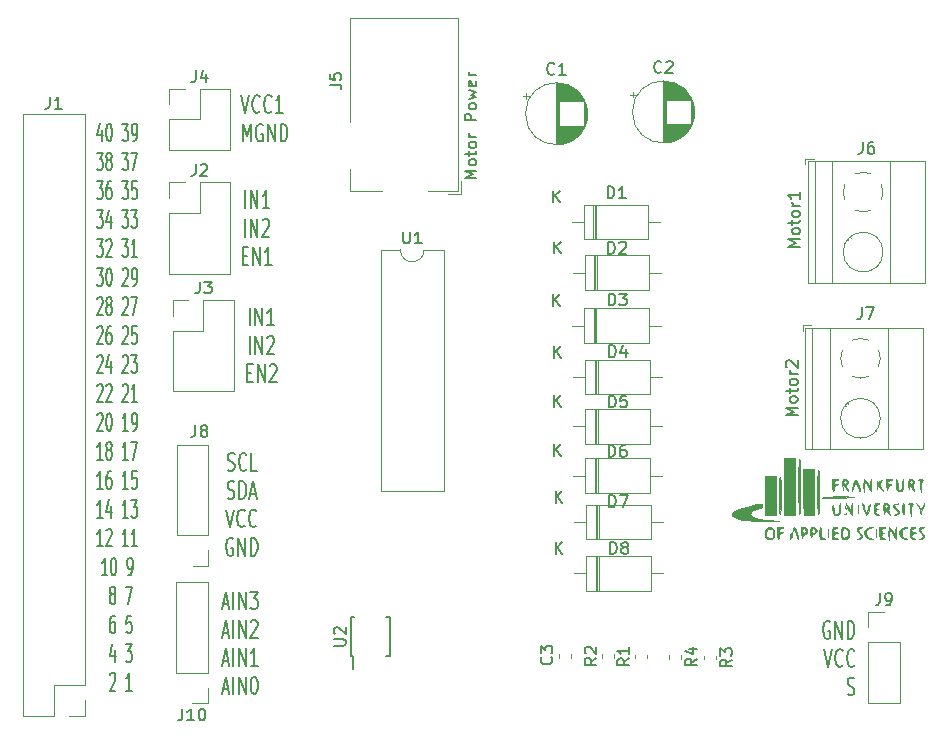
<source format=gbr>
%TF.GenerationSoftware,KiCad,Pcbnew,(5.1.6)-1*%
%TF.CreationDate,2021-05-14T11:39:53+02:00*%
%TF.ProjectId,nano1,6e616e6f-312e-46b6-9963-61645f706362,rev?*%
%TF.SameCoordinates,Original*%
%TF.FileFunction,Legend,Top*%
%TF.FilePolarity,Positive*%
%FSLAX46Y46*%
G04 Gerber Fmt 4.6, Leading zero omitted, Abs format (unit mm)*
G04 Created by KiCad (PCBNEW (5.1.6)-1) date 2021-05-14 11:39:53*
%MOMM*%
%LPD*%
G01*
G04 APERTURE LIST*
%ADD10C,0.150000*%
%ADD11C,0.200000*%
%ADD12C,0.010000*%
%ADD13C,0.120000*%
G04 APERTURE END LIST*
D10*
X116275818Y-43947491D02*
X116609151Y-45447491D01*
X116942484Y-43947491D01*
X117847246Y-45304634D02*
X117799627Y-45376062D01*
X117656770Y-45447491D01*
X117561532Y-45447491D01*
X117418675Y-45376062D01*
X117323437Y-45233205D01*
X117275818Y-45090348D01*
X117228199Y-44804634D01*
X117228199Y-44590348D01*
X117275818Y-44304634D01*
X117323437Y-44161777D01*
X117418675Y-44018920D01*
X117561532Y-43947491D01*
X117656770Y-43947491D01*
X117799627Y-44018920D01*
X117847246Y-44090348D01*
X118847246Y-45304634D02*
X118799627Y-45376062D01*
X118656770Y-45447491D01*
X118561532Y-45447491D01*
X118418675Y-45376062D01*
X118323437Y-45233205D01*
X118275818Y-45090348D01*
X118228199Y-44804634D01*
X118228199Y-44590348D01*
X118275818Y-44304634D01*
X118323437Y-44161777D01*
X118418675Y-44018920D01*
X118561532Y-43947491D01*
X118656770Y-43947491D01*
X118799627Y-44018920D01*
X118847246Y-44090348D01*
X119799627Y-45447491D02*
X119228199Y-45447491D01*
X119513913Y-45447491D02*
X119513913Y-43947491D01*
X119418675Y-44161777D01*
X119323437Y-44304634D01*
X119228199Y-44376062D01*
X116418675Y-47847491D02*
X116418675Y-46347491D01*
X116752008Y-47418920D01*
X117085341Y-46347491D01*
X117085341Y-47847491D01*
X118085341Y-46418920D02*
X117990103Y-46347491D01*
X117847246Y-46347491D01*
X117704389Y-46418920D01*
X117609151Y-46561777D01*
X117561532Y-46704634D01*
X117513913Y-46990348D01*
X117513913Y-47204634D01*
X117561532Y-47490348D01*
X117609151Y-47633205D01*
X117704389Y-47776062D01*
X117847246Y-47847491D01*
X117942484Y-47847491D01*
X118085341Y-47776062D01*
X118132960Y-47704634D01*
X118132960Y-47204634D01*
X117942484Y-47204634D01*
X118561532Y-47847491D02*
X118561532Y-46347491D01*
X119132960Y-47847491D01*
X119132960Y-46347491D01*
X119609151Y-47847491D02*
X119609151Y-46347491D01*
X119847246Y-46347491D01*
X119990103Y-46418920D01*
X120085341Y-46561777D01*
X120132960Y-46704634D01*
X120180580Y-46990348D01*
X120180580Y-47204634D01*
X120132960Y-47490348D01*
X120085341Y-47633205D01*
X119990103Y-47776062D01*
X119847246Y-47847491D01*
X119609151Y-47847491D01*
X166110225Y-88513520D02*
X166014987Y-88442091D01*
X165872130Y-88442091D01*
X165729273Y-88513520D01*
X165634035Y-88656377D01*
X165586416Y-88799234D01*
X165538797Y-89084948D01*
X165538797Y-89299234D01*
X165586416Y-89584948D01*
X165634035Y-89727805D01*
X165729273Y-89870662D01*
X165872130Y-89942091D01*
X165967368Y-89942091D01*
X166110225Y-89870662D01*
X166157844Y-89799234D01*
X166157844Y-89299234D01*
X165967368Y-89299234D01*
X166586416Y-89942091D02*
X166586416Y-88442091D01*
X167157844Y-89942091D01*
X167157844Y-88442091D01*
X167634035Y-89942091D02*
X167634035Y-88442091D01*
X167872130Y-88442091D01*
X168014987Y-88513520D01*
X168110225Y-88656377D01*
X168157844Y-88799234D01*
X168205463Y-89084948D01*
X168205463Y-89299234D01*
X168157844Y-89584948D01*
X168110225Y-89727805D01*
X168014987Y-89870662D01*
X167872130Y-89942091D01*
X167634035Y-89942091D01*
X165634035Y-90842091D02*
X165967368Y-92342091D01*
X166300701Y-90842091D01*
X167205463Y-92199234D02*
X167157844Y-92270662D01*
X167014987Y-92342091D01*
X166919749Y-92342091D01*
X166776892Y-92270662D01*
X166681654Y-92127805D01*
X166634035Y-91984948D01*
X166586416Y-91699234D01*
X166586416Y-91484948D01*
X166634035Y-91199234D01*
X166681654Y-91056377D01*
X166776892Y-90913520D01*
X166919749Y-90842091D01*
X167014987Y-90842091D01*
X167157844Y-90913520D01*
X167205463Y-90984948D01*
X168205463Y-92199234D02*
X168157844Y-92270662D01*
X168014987Y-92342091D01*
X167919749Y-92342091D01*
X167776892Y-92270662D01*
X167681654Y-92127805D01*
X167634035Y-91984948D01*
X167586416Y-91699234D01*
X167586416Y-91484948D01*
X167634035Y-91199234D01*
X167681654Y-91056377D01*
X167776892Y-90913520D01*
X167919749Y-90842091D01*
X168014987Y-90842091D01*
X168157844Y-90913520D01*
X168205463Y-90984948D01*
X167634035Y-94670662D02*
X167776892Y-94742091D01*
X168014987Y-94742091D01*
X168110225Y-94670662D01*
X168157844Y-94599234D01*
X168205463Y-94456377D01*
X168205463Y-94313520D01*
X168157844Y-94170662D01*
X168110225Y-94099234D01*
X168014987Y-94027805D01*
X167824511Y-93956377D01*
X167729273Y-93884948D01*
X167681654Y-93813520D01*
X167634035Y-93670662D01*
X167634035Y-93527805D01*
X167681654Y-93384948D01*
X167729273Y-93313520D01*
X167824511Y-93242091D01*
X168062606Y-93242091D01*
X168205463Y-93313520D01*
D11*
X104490681Y-46842851D02*
X104490681Y-47842851D01*
X104300205Y-46271422D02*
X104109729Y-47342851D01*
X104604967Y-47342851D01*
X105062110Y-46342851D02*
X105138300Y-46342851D01*
X105214491Y-46414280D01*
X105252586Y-46485708D01*
X105290681Y-46628565D01*
X105328777Y-46914280D01*
X105328777Y-47271422D01*
X105290681Y-47557137D01*
X105252586Y-47699994D01*
X105214491Y-47771422D01*
X105138300Y-47842851D01*
X105062110Y-47842851D01*
X104985920Y-47771422D01*
X104947824Y-47699994D01*
X104909729Y-47557137D01*
X104871634Y-47271422D01*
X104871634Y-46914280D01*
X104909729Y-46628565D01*
X104947824Y-46485708D01*
X104985920Y-46414280D01*
X105062110Y-46342851D01*
X106204967Y-46342851D02*
X106700205Y-46342851D01*
X106433539Y-46914280D01*
X106547824Y-46914280D01*
X106624015Y-46985708D01*
X106662110Y-47057137D01*
X106700205Y-47199994D01*
X106700205Y-47557137D01*
X106662110Y-47699994D01*
X106624015Y-47771422D01*
X106547824Y-47842851D01*
X106319253Y-47842851D01*
X106243062Y-47771422D01*
X106204967Y-47699994D01*
X107081158Y-47842851D02*
X107233539Y-47842851D01*
X107309729Y-47771422D01*
X107347824Y-47699994D01*
X107424015Y-47485708D01*
X107462110Y-47199994D01*
X107462110Y-46628565D01*
X107424015Y-46485708D01*
X107385920Y-46414280D01*
X107309729Y-46342851D01*
X107157348Y-46342851D01*
X107081158Y-46414280D01*
X107043062Y-46485708D01*
X107004967Y-46628565D01*
X107004967Y-46985708D01*
X107043062Y-47128565D01*
X107081158Y-47199994D01*
X107157348Y-47271422D01*
X107309729Y-47271422D01*
X107385920Y-47199994D01*
X107424015Y-47128565D01*
X107462110Y-46985708D01*
X104071634Y-48792851D02*
X104566872Y-48792851D01*
X104300205Y-49364280D01*
X104414491Y-49364280D01*
X104490681Y-49435708D01*
X104528777Y-49507137D01*
X104566872Y-49649994D01*
X104566872Y-50007137D01*
X104528777Y-50149994D01*
X104490681Y-50221422D01*
X104414491Y-50292851D01*
X104185920Y-50292851D01*
X104109729Y-50221422D01*
X104071634Y-50149994D01*
X105024015Y-49435708D02*
X104947824Y-49364280D01*
X104909729Y-49292851D01*
X104871634Y-49149994D01*
X104871634Y-49078565D01*
X104909729Y-48935708D01*
X104947824Y-48864280D01*
X105024015Y-48792851D01*
X105176396Y-48792851D01*
X105252586Y-48864280D01*
X105290681Y-48935708D01*
X105328777Y-49078565D01*
X105328777Y-49149994D01*
X105290681Y-49292851D01*
X105252586Y-49364280D01*
X105176396Y-49435708D01*
X105024015Y-49435708D01*
X104947824Y-49507137D01*
X104909729Y-49578565D01*
X104871634Y-49721422D01*
X104871634Y-50007137D01*
X104909729Y-50149994D01*
X104947824Y-50221422D01*
X105024015Y-50292851D01*
X105176396Y-50292851D01*
X105252586Y-50221422D01*
X105290681Y-50149994D01*
X105328777Y-50007137D01*
X105328777Y-49721422D01*
X105290681Y-49578565D01*
X105252586Y-49507137D01*
X105176396Y-49435708D01*
X106204967Y-48792851D02*
X106700205Y-48792851D01*
X106433539Y-49364280D01*
X106547824Y-49364280D01*
X106624015Y-49435708D01*
X106662110Y-49507137D01*
X106700205Y-49649994D01*
X106700205Y-50007137D01*
X106662110Y-50149994D01*
X106624015Y-50221422D01*
X106547824Y-50292851D01*
X106319253Y-50292851D01*
X106243062Y-50221422D01*
X106204967Y-50149994D01*
X106966872Y-48792851D02*
X107500205Y-48792851D01*
X107157348Y-50292851D01*
X104071634Y-51242851D02*
X104566872Y-51242851D01*
X104300205Y-51814280D01*
X104414491Y-51814280D01*
X104490681Y-51885708D01*
X104528777Y-51957137D01*
X104566872Y-52099994D01*
X104566872Y-52457137D01*
X104528777Y-52599994D01*
X104490681Y-52671422D01*
X104414491Y-52742851D01*
X104185920Y-52742851D01*
X104109729Y-52671422D01*
X104071634Y-52599994D01*
X105252586Y-51242851D02*
X105100205Y-51242851D01*
X105024015Y-51314280D01*
X104985920Y-51385708D01*
X104909729Y-51599994D01*
X104871634Y-51885708D01*
X104871634Y-52457137D01*
X104909729Y-52599994D01*
X104947824Y-52671422D01*
X105024015Y-52742851D01*
X105176396Y-52742851D01*
X105252586Y-52671422D01*
X105290681Y-52599994D01*
X105328777Y-52457137D01*
X105328777Y-52099994D01*
X105290681Y-51957137D01*
X105252586Y-51885708D01*
X105176396Y-51814280D01*
X105024015Y-51814280D01*
X104947824Y-51885708D01*
X104909729Y-51957137D01*
X104871634Y-52099994D01*
X106204967Y-51242851D02*
X106700205Y-51242851D01*
X106433539Y-51814280D01*
X106547824Y-51814280D01*
X106624015Y-51885708D01*
X106662110Y-51957137D01*
X106700205Y-52099994D01*
X106700205Y-52457137D01*
X106662110Y-52599994D01*
X106624015Y-52671422D01*
X106547824Y-52742851D01*
X106319253Y-52742851D01*
X106243062Y-52671422D01*
X106204967Y-52599994D01*
X107424015Y-51242851D02*
X107043062Y-51242851D01*
X107004967Y-51957137D01*
X107043062Y-51885708D01*
X107119253Y-51814280D01*
X107309729Y-51814280D01*
X107385920Y-51885708D01*
X107424015Y-51957137D01*
X107462110Y-52099994D01*
X107462110Y-52457137D01*
X107424015Y-52599994D01*
X107385920Y-52671422D01*
X107309729Y-52742851D01*
X107119253Y-52742851D01*
X107043062Y-52671422D01*
X107004967Y-52599994D01*
X104071634Y-53692851D02*
X104566872Y-53692851D01*
X104300205Y-54264280D01*
X104414491Y-54264280D01*
X104490681Y-54335708D01*
X104528777Y-54407137D01*
X104566872Y-54549994D01*
X104566872Y-54907137D01*
X104528777Y-55049994D01*
X104490681Y-55121422D01*
X104414491Y-55192851D01*
X104185920Y-55192851D01*
X104109729Y-55121422D01*
X104071634Y-55049994D01*
X105252586Y-54192851D02*
X105252586Y-55192851D01*
X105062110Y-53621422D02*
X104871634Y-54692851D01*
X105366872Y-54692851D01*
X106204967Y-53692851D02*
X106700205Y-53692851D01*
X106433539Y-54264280D01*
X106547824Y-54264280D01*
X106624015Y-54335708D01*
X106662110Y-54407137D01*
X106700205Y-54549994D01*
X106700205Y-54907137D01*
X106662110Y-55049994D01*
X106624015Y-55121422D01*
X106547824Y-55192851D01*
X106319253Y-55192851D01*
X106243062Y-55121422D01*
X106204967Y-55049994D01*
X106966872Y-53692851D02*
X107462110Y-53692851D01*
X107195443Y-54264280D01*
X107309729Y-54264280D01*
X107385920Y-54335708D01*
X107424015Y-54407137D01*
X107462110Y-54549994D01*
X107462110Y-54907137D01*
X107424015Y-55049994D01*
X107385920Y-55121422D01*
X107309729Y-55192851D01*
X107081158Y-55192851D01*
X107004967Y-55121422D01*
X106966872Y-55049994D01*
X104071634Y-56142851D02*
X104566872Y-56142851D01*
X104300205Y-56714280D01*
X104414491Y-56714280D01*
X104490681Y-56785708D01*
X104528777Y-56857137D01*
X104566872Y-56999994D01*
X104566872Y-57357137D01*
X104528777Y-57499994D01*
X104490681Y-57571422D01*
X104414491Y-57642851D01*
X104185920Y-57642851D01*
X104109729Y-57571422D01*
X104071634Y-57499994D01*
X104871634Y-56285708D02*
X104909729Y-56214280D01*
X104985920Y-56142851D01*
X105176396Y-56142851D01*
X105252586Y-56214280D01*
X105290681Y-56285708D01*
X105328777Y-56428565D01*
X105328777Y-56571422D01*
X105290681Y-56785708D01*
X104833539Y-57642851D01*
X105328777Y-57642851D01*
X106204967Y-56142851D02*
X106700205Y-56142851D01*
X106433539Y-56714280D01*
X106547824Y-56714280D01*
X106624015Y-56785708D01*
X106662110Y-56857137D01*
X106700205Y-56999994D01*
X106700205Y-57357137D01*
X106662110Y-57499994D01*
X106624015Y-57571422D01*
X106547824Y-57642851D01*
X106319253Y-57642851D01*
X106243062Y-57571422D01*
X106204967Y-57499994D01*
X107462110Y-57642851D02*
X107004967Y-57642851D01*
X107233539Y-57642851D02*
X107233539Y-56142851D01*
X107157348Y-56357137D01*
X107081158Y-56499994D01*
X107004967Y-56571422D01*
X104071634Y-58592851D02*
X104566872Y-58592851D01*
X104300205Y-59164280D01*
X104414491Y-59164280D01*
X104490681Y-59235708D01*
X104528777Y-59307137D01*
X104566872Y-59449994D01*
X104566872Y-59807137D01*
X104528777Y-59949994D01*
X104490681Y-60021422D01*
X104414491Y-60092851D01*
X104185920Y-60092851D01*
X104109729Y-60021422D01*
X104071634Y-59949994D01*
X105062110Y-58592851D02*
X105138300Y-58592851D01*
X105214491Y-58664280D01*
X105252586Y-58735708D01*
X105290681Y-58878565D01*
X105328777Y-59164280D01*
X105328777Y-59521422D01*
X105290681Y-59807137D01*
X105252586Y-59949994D01*
X105214491Y-60021422D01*
X105138300Y-60092851D01*
X105062110Y-60092851D01*
X104985920Y-60021422D01*
X104947824Y-59949994D01*
X104909729Y-59807137D01*
X104871634Y-59521422D01*
X104871634Y-59164280D01*
X104909729Y-58878565D01*
X104947824Y-58735708D01*
X104985920Y-58664280D01*
X105062110Y-58592851D01*
X106243062Y-58735708D02*
X106281158Y-58664280D01*
X106357348Y-58592851D01*
X106547824Y-58592851D01*
X106624015Y-58664280D01*
X106662110Y-58735708D01*
X106700205Y-58878565D01*
X106700205Y-59021422D01*
X106662110Y-59235708D01*
X106204967Y-60092851D01*
X106700205Y-60092851D01*
X107081158Y-60092851D02*
X107233539Y-60092851D01*
X107309729Y-60021422D01*
X107347824Y-59949994D01*
X107424015Y-59735708D01*
X107462110Y-59449994D01*
X107462110Y-58878565D01*
X107424015Y-58735708D01*
X107385920Y-58664280D01*
X107309729Y-58592851D01*
X107157348Y-58592851D01*
X107081158Y-58664280D01*
X107043062Y-58735708D01*
X107004967Y-58878565D01*
X107004967Y-59235708D01*
X107043062Y-59378565D01*
X107081158Y-59449994D01*
X107157348Y-59521422D01*
X107309729Y-59521422D01*
X107385920Y-59449994D01*
X107424015Y-59378565D01*
X107462110Y-59235708D01*
X104109729Y-61185708D02*
X104147824Y-61114280D01*
X104224015Y-61042851D01*
X104414491Y-61042851D01*
X104490681Y-61114280D01*
X104528777Y-61185708D01*
X104566872Y-61328565D01*
X104566872Y-61471422D01*
X104528777Y-61685708D01*
X104071634Y-62542851D01*
X104566872Y-62542851D01*
X105024015Y-61685708D02*
X104947824Y-61614280D01*
X104909729Y-61542851D01*
X104871634Y-61399994D01*
X104871634Y-61328565D01*
X104909729Y-61185708D01*
X104947824Y-61114280D01*
X105024015Y-61042851D01*
X105176396Y-61042851D01*
X105252586Y-61114280D01*
X105290681Y-61185708D01*
X105328777Y-61328565D01*
X105328777Y-61399994D01*
X105290681Y-61542851D01*
X105252586Y-61614280D01*
X105176396Y-61685708D01*
X105024015Y-61685708D01*
X104947824Y-61757137D01*
X104909729Y-61828565D01*
X104871634Y-61971422D01*
X104871634Y-62257137D01*
X104909729Y-62399994D01*
X104947824Y-62471422D01*
X105024015Y-62542851D01*
X105176396Y-62542851D01*
X105252586Y-62471422D01*
X105290681Y-62399994D01*
X105328777Y-62257137D01*
X105328777Y-61971422D01*
X105290681Y-61828565D01*
X105252586Y-61757137D01*
X105176396Y-61685708D01*
X106243062Y-61185708D02*
X106281158Y-61114280D01*
X106357348Y-61042851D01*
X106547824Y-61042851D01*
X106624015Y-61114280D01*
X106662110Y-61185708D01*
X106700205Y-61328565D01*
X106700205Y-61471422D01*
X106662110Y-61685708D01*
X106204967Y-62542851D01*
X106700205Y-62542851D01*
X106966872Y-61042851D02*
X107500205Y-61042851D01*
X107157348Y-62542851D01*
X104109729Y-63635708D02*
X104147824Y-63564280D01*
X104224015Y-63492851D01*
X104414491Y-63492851D01*
X104490681Y-63564280D01*
X104528777Y-63635708D01*
X104566872Y-63778565D01*
X104566872Y-63921422D01*
X104528777Y-64135708D01*
X104071634Y-64992851D01*
X104566872Y-64992851D01*
X105252586Y-63492851D02*
X105100205Y-63492851D01*
X105024015Y-63564280D01*
X104985920Y-63635708D01*
X104909729Y-63849994D01*
X104871634Y-64135708D01*
X104871634Y-64707137D01*
X104909729Y-64849994D01*
X104947824Y-64921422D01*
X105024015Y-64992851D01*
X105176396Y-64992851D01*
X105252586Y-64921422D01*
X105290681Y-64849994D01*
X105328777Y-64707137D01*
X105328777Y-64349994D01*
X105290681Y-64207137D01*
X105252586Y-64135708D01*
X105176396Y-64064280D01*
X105024015Y-64064280D01*
X104947824Y-64135708D01*
X104909729Y-64207137D01*
X104871634Y-64349994D01*
X106243062Y-63635708D02*
X106281158Y-63564280D01*
X106357348Y-63492851D01*
X106547824Y-63492851D01*
X106624015Y-63564280D01*
X106662110Y-63635708D01*
X106700205Y-63778565D01*
X106700205Y-63921422D01*
X106662110Y-64135708D01*
X106204967Y-64992851D01*
X106700205Y-64992851D01*
X107424015Y-63492851D02*
X107043062Y-63492851D01*
X107004967Y-64207137D01*
X107043062Y-64135708D01*
X107119253Y-64064280D01*
X107309729Y-64064280D01*
X107385920Y-64135708D01*
X107424015Y-64207137D01*
X107462110Y-64349994D01*
X107462110Y-64707137D01*
X107424015Y-64849994D01*
X107385920Y-64921422D01*
X107309729Y-64992851D01*
X107119253Y-64992851D01*
X107043062Y-64921422D01*
X107004967Y-64849994D01*
X104109729Y-66085708D02*
X104147824Y-66014280D01*
X104224015Y-65942851D01*
X104414491Y-65942851D01*
X104490681Y-66014280D01*
X104528777Y-66085708D01*
X104566872Y-66228565D01*
X104566872Y-66371422D01*
X104528777Y-66585708D01*
X104071634Y-67442851D01*
X104566872Y-67442851D01*
X105252586Y-66442851D02*
X105252586Y-67442851D01*
X105062110Y-65871422D02*
X104871634Y-66942851D01*
X105366872Y-66942851D01*
X106243062Y-66085708D02*
X106281158Y-66014280D01*
X106357348Y-65942851D01*
X106547824Y-65942851D01*
X106624015Y-66014280D01*
X106662110Y-66085708D01*
X106700205Y-66228565D01*
X106700205Y-66371422D01*
X106662110Y-66585708D01*
X106204967Y-67442851D01*
X106700205Y-67442851D01*
X106966872Y-65942851D02*
X107462110Y-65942851D01*
X107195443Y-66514280D01*
X107309729Y-66514280D01*
X107385920Y-66585708D01*
X107424015Y-66657137D01*
X107462110Y-66799994D01*
X107462110Y-67157137D01*
X107424015Y-67299994D01*
X107385920Y-67371422D01*
X107309729Y-67442851D01*
X107081158Y-67442851D01*
X107004967Y-67371422D01*
X106966872Y-67299994D01*
X104109729Y-68535708D02*
X104147824Y-68464280D01*
X104224015Y-68392851D01*
X104414491Y-68392851D01*
X104490681Y-68464280D01*
X104528777Y-68535708D01*
X104566872Y-68678565D01*
X104566872Y-68821422D01*
X104528777Y-69035708D01*
X104071634Y-69892851D01*
X104566872Y-69892851D01*
X104871634Y-68535708D02*
X104909729Y-68464280D01*
X104985920Y-68392851D01*
X105176396Y-68392851D01*
X105252586Y-68464280D01*
X105290681Y-68535708D01*
X105328777Y-68678565D01*
X105328777Y-68821422D01*
X105290681Y-69035708D01*
X104833539Y-69892851D01*
X105328777Y-69892851D01*
X106243062Y-68535708D02*
X106281158Y-68464280D01*
X106357348Y-68392851D01*
X106547824Y-68392851D01*
X106624015Y-68464280D01*
X106662110Y-68535708D01*
X106700205Y-68678565D01*
X106700205Y-68821422D01*
X106662110Y-69035708D01*
X106204967Y-69892851D01*
X106700205Y-69892851D01*
X107462110Y-69892851D02*
X107004967Y-69892851D01*
X107233539Y-69892851D02*
X107233539Y-68392851D01*
X107157348Y-68607137D01*
X107081158Y-68749994D01*
X107004967Y-68821422D01*
X104109729Y-70985708D02*
X104147824Y-70914280D01*
X104224015Y-70842851D01*
X104414491Y-70842851D01*
X104490681Y-70914280D01*
X104528777Y-70985708D01*
X104566872Y-71128565D01*
X104566872Y-71271422D01*
X104528777Y-71485708D01*
X104071634Y-72342851D01*
X104566872Y-72342851D01*
X105062110Y-70842851D02*
X105138300Y-70842851D01*
X105214491Y-70914280D01*
X105252586Y-70985708D01*
X105290681Y-71128565D01*
X105328777Y-71414280D01*
X105328777Y-71771422D01*
X105290681Y-72057137D01*
X105252586Y-72199994D01*
X105214491Y-72271422D01*
X105138300Y-72342851D01*
X105062110Y-72342851D01*
X104985920Y-72271422D01*
X104947824Y-72199994D01*
X104909729Y-72057137D01*
X104871634Y-71771422D01*
X104871634Y-71414280D01*
X104909729Y-71128565D01*
X104947824Y-70985708D01*
X104985920Y-70914280D01*
X105062110Y-70842851D01*
X106700205Y-72342851D02*
X106243062Y-72342851D01*
X106471634Y-72342851D02*
X106471634Y-70842851D01*
X106395443Y-71057137D01*
X106319253Y-71199994D01*
X106243062Y-71271422D01*
X107081158Y-72342851D02*
X107233539Y-72342851D01*
X107309729Y-72271422D01*
X107347824Y-72199994D01*
X107424015Y-71985708D01*
X107462110Y-71699994D01*
X107462110Y-71128565D01*
X107424015Y-70985708D01*
X107385920Y-70914280D01*
X107309729Y-70842851D01*
X107157348Y-70842851D01*
X107081158Y-70914280D01*
X107043062Y-70985708D01*
X107004967Y-71128565D01*
X107004967Y-71485708D01*
X107043062Y-71628565D01*
X107081158Y-71699994D01*
X107157348Y-71771422D01*
X107309729Y-71771422D01*
X107385920Y-71699994D01*
X107424015Y-71628565D01*
X107462110Y-71485708D01*
X104566872Y-74792851D02*
X104109729Y-74792851D01*
X104338300Y-74792851D02*
X104338300Y-73292851D01*
X104262110Y-73507137D01*
X104185920Y-73649994D01*
X104109729Y-73721422D01*
X105024015Y-73935708D02*
X104947824Y-73864280D01*
X104909729Y-73792851D01*
X104871634Y-73649994D01*
X104871634Y-73578565D01*
X104909729Y-73435708D01*
X104947824Y-73364280D01*
X105024015Y-73292851D01*
X105176396Y-73292851D01*
X105252586Y-73364280D01*
X105290681Y-73435708D01*
X105328777Y-73578565D01*
X105328777Y-73649994D01*
X105290681Y-73792851D01*
X105252586Y-73864280D01*
X105176396Y-73935708D01*
X105024015Y-73935708D01*
X104947824Y-74007137D01*
X104909729Y-74078565D01*
X104871634Y-74221422D01*
X104871634Y-74507137D01*
X104909729Y-74649994D01*
X104947824Y-74721422D01*
X105024015Y-74792851D01*
X105176396Y-74792851D01*
X105252586Y-74721422D01*
X105290681Y-74649994D01*
X105328777Y-74507137D01*
X105328777Y-74221422D01*
X105290681Y-74078565D01*
X105252586Y-74007137D01*
X105176396Y-73935708D01*
X106700205Y-74792851D02*
X106243062Y-74792851D01*
X106471634Y-74792851D02*
X106471634Y-73292851D01*
X106395443Y-73507137D01*
X106319253Y-73649994D01*
X106243062Y-73721422D01*
X106966872Y-73292851D02*
X107500205Y-73292851D01*
X107157348Y-74792851D01*
X104566872Y-77242851D02*
X104109729Y-77242851D01*
X104338300Y-77242851D02*
X104338300Y-75742851D01*
X104262110Y-75957137D01*
X104185920Y-76099994D01*
X104109729Y-76171422D01*
X105252586Y-75742851D02*
X105100205Y-75742851D01*
X105024015Y-75814280D01*
X104985920Y-75885708D01*
X104909729Y-76099994D01*
X104871634Y-76385708D01*
X104871634Y-76957137D01*
X104909729Y-77099994D01*
X104947824Y-77171422D01*
X105024015Y-77242851D01*
X105176396Y-77242851D01*
X105252586Y-77171422D01*
X105290681Y-77099994D01*
X105328777Y-76957137D01*
X105328777Y-76599994D01*
X105290681Y-76457137D01*
X105252586Y-76385708D01*
X105176396Y-76314280D01*
X105024015Y-76314280D01*
X104947824Y-76385708D01*
X104909729Y-76457137D01*
X104871634Y-76599994D01*
X106700205Y-77242851D02*
X106243062Y-77242851D01*
X106471634Y-77242851D02*
X106471634Y-75742851D01*
X106395443Y-75957137D01*
X106319253Y-76099994D01*
X106243062Y-76171422D01*
X107424015Y-75742851D02*
X107043062Y-75742851D01*
X107004967Y-76457137D01*
X107043062Y-76385708D01*
X107119253Y-76314280D01*
X107309729Y-76314280D01*
X107385920Y-76385708D01*
X107424015Y-76457137D01*
X107462110Y-76599994D01*
X107462110Y-76957137D01*
X107424015Y-77099994D01*
X107385920Y-77171422D01*
X107309729Y-77242851D01*
X107119253Y-77242851D01*
X107043062Y-77171422D01*
X107004967Y-77099994D01*
X104566872Y-79692851D02*
X104109729Y-79692851D01*
X104338300Y-79692851D02*
X104338300Y-78192851D01*
X104262110Y-78407137D01*
X104185920Y-78549994D01*
X104109729Y-78621422D01*
X105252586Y-78692851D02*
X105252586Y-79692851D01*
X105062110Y-78121422D02*
X104871634Y-79192851D01*
X105366872Y-79192851D01*
X106700205Y-79692851D02*
X106243062Y-79692851D01*
X106471634Y-79692851D02*
X106471634Y-78192851D01*
X106395443Y-78407137D01*
X106319253Y-78549994D01*
X106243062Y-78621422D01*
X106966872Y-78192851D02*
X107462110Y-78192851D01*
X107195443Y-78764280D01*
X107309729Y-78764280D01*
X107385920Y-78835708D01*
X107424015Y-78907137D01*
X107462110Y-79049994D01*
X107462110Y-79407137D01*
X107424015Y-79549994D01*
X107385920Y-79621422D01*
X107309729Y-79692851D01*
X107081158Y-79692851D01*
X107004967Y-79621422D01*
X106966872Y-79549994D01*
X104566872Y-82142851D02*
X104109729Y-82142851D01*
X104338300Y-82142851D02*
X104338300Y-80642851D01*
X104262110Y-80857137D01*
X104185920Y-80999994D01*
X104109729Y-81071422D01*
X104871634Y-80785708D02*
X104909729Y-80714280D01*
X104985920Y-80642851D01*
X105176396Y-80642851D01*
X105252586Y-80714280D01*
X105290681Y-80785708D01*
X105328777Y-80928565D01*
X105328777Y-81071422D01*
X105290681Y-81285708D01*
X104833539Y-82142851D01*
X105328777Y-82142851D01*
X106700205Y-82142851D02*
X106243062Y-82142851D01*
X106471634Y-82142851D02*
X106471634Y-80642851D01*
X106395443Y-80857137D01*
X106319253Y-80999994D01*
X106243062Y-81071422D01*
X107462110Y-82142851D02*
X107004967Y-82142851D01*
X107233539Y-82142851D02*
X107233539Y-80642851D01*
X107157348Y-80857137D01*
X107081158Y-80999994D01*
X107004967Y-81071422D01*
X104947824Y-84592851D02*
X104490681Y-84592851D01*
X104719253Y-84592851D02*
X104719253Y-83092851D01*
X104643062Y-83307137D01*
X104566872Y-83449994D01*
X104490681Y-83521422D01*
X105443062Y-83092851D02*
X105519253Y-83092851D01*
X105595443Y-83164280D01*
X105633539Y-83235708D01*
X105671634Y-83378565D01*
X105709729Y-83664280D01*
X105709729Y-84021422D01*
X105671634Y-84307137D01*
X105633539Y-84449994D01*
X105595443Y-84521422D01*
X105519253Y-84592851D01*
X105443062Y-84592851D01*
X105366872Y-84521422D01*
X105328777Y-84449994D01*
X105290681Y-84307137D01*
X105252586Y-84021422D01*
X105252586Y-83664280D01*
X105290681Y-83378565D01*
X105328777Y-83235708D01*
X105366872Y-83164280D01*
X105443062Y-83092851D01*
X106700205Y-84592851D02*
X106852586Y-84592851D01*
X106928777Y-84521422D01*
X106966872Y-84449994D01*
X107043062Y-84235708D01*
X107081158Y-83949994D01*
X107081158Y-83378565D01*
X107043062Y-83235708D01*
X107004967Y-83164280D01*
X106928777Y-83092851D01*
X106776396Y-83092851D01*
X106700205Y-83164280D01*
X106662110Y-83235708D01*
X106624015Y-83378565D01*
X106624015Y-83735708D01*
X106662110Y-83878565D01*
X106700205Y-83949994D01*
X106776396Y-84021422D01*
X106928777Y-84021422D01*
X107004967Y-83949994D01*
X107043062Y-83878565D01*
X107081158Y-83735708D01*
X105328777Y-86185708D02*
X105252586Y-86114280D01*
X105214491Y-86042851D01*
X105176396Y-85899994D01*
X105176396Y-85828565D01*
X105214491Y-85685708D01*
X105252586Y-85614280D01*
X105328777Y-85542851D01*
X105481158Y-85542851D01*
X105557348Y-85614280D01*
X105595443Y-85685708D01*
X105633539Y-85828565D01*
X105633539Y-85899994D01*
X105595443Y-86042851D01*
X105557348Y-86114280D01*
X105481158Y-86185708D01*
X105328777Y-86185708D01*
X105252586Y-86257137D01*
X105214491Y-86328565D01*
X105176396Y-86471422D01*
X105176396Y-86757137D01*
X105214491Y-86899994D01*
X105252586Y-86971422D01*
X105328777Y-87042851D01*
X105481158Y-87042851D01*
X105557348Y-86971422D01*
X105595443Y-86899994D01*
X105633539Y-86757137D01*
X105633539Y-86471422D01*
X105595443Y-86328565D01*
X105557348Y-86257137D01*
X105481158Y-86185708D01*
X106509729Y-85542851D02*
X107043062Y-85542851D01*
X106700205Y-87042851D01*
X105557348Y-87992851D02*
X105404967Y-87992851D01*
X105328777Y-88064280D01*
X105290681Y-88135708D01*
X105214491Y-88349994D01*
X105176396Y-88635708D01*
X105176396Y-89207137D01*
X105214491Y-89349994D01*
X105252586Y-89421422D01*
X105328777Y-89492851D01*
X105481158Y-89492851D01*
X105557348Y-89421422D01*
X105595443Y-89349994D01*
X105633539Y-89207137D01*
X105633539Y-88849994D01*
X105595443Y-88707137D01*
X105557348Y-88635708D01*
X105481158Y-88564280D01*
X105328777Y-88564280D01*
X105252586Y-88635708D01*
X105214491Y-88707137D01*
X105176396Y-88849994D01*
X106966872Y-87992851D02*
X106585920Y-87992851D01*
X106547824Y-88707137D01*
X106585920Y-88635708D01*
X106662110Y-88564280D01*
X106852586Y-88564280D01*
X106928777Y-88635708D01*
X106966872Y-88707137D01*
X107004967Y-88849994D01*
X107004967Y-89207137D01*
X106966872Y-89349994D01*
X106928777Y-89421422D01*
X106852586Y-89492851D01*
X106662110Y-89492851D01*
X106585920Y-89421422D01*
X106547824Y-89349994D01*
X105557348Y-90942851D02*
X105557348Y-91942851D01*
X105366872Y-90371422D02*
X105176396Y-91442851D01*
X105671634Y-91442851D01*
X106509729Y-90442851D02*
X107004967Y-90442851D01*
X106738300Y-91014280D01*
X106852586Y-91014280D01*
X106928777Y-91085708D01*
X106966872Y-91157137D01*
X107004967Y-91299994D01*
X107004967Y-91657137D01*
X106966872Y-91799994D01*
X106928777Y-91871422D01*
X106852586Y-91942851D01*
X106624015Y-91942851D01*
X106547824Y-91871422D01*
X106509729Y-91799994D01*
X105176396Y-93035708D02*
X105214491Y-92964280D01*
X105290681Y-92892851D01*
X105481158Y-92892851D01*
X105557348Y-92964280D01*
X105595443Y-93035708D01*
X105633539Y-93178565D01*
X105633539Y-93321422D01*
X105595443Y-93535708D01*
X105138300Y-94392851D01*
X105633539Y-94392851D01*
X107004967Y-94392851D02*
X106547824Y-94392851D01*
X106776396Y-94392851D02*
X106776396Y-92892851D01*
X106700205Y-93107137D01*
X106624015Y-93249994D01*
X106547824Y-93321422D01*
D10*
X114713569Y-87033360D02*
X115189760Y-87033360D01*
X114618331Y-87461931D02*
X114951664Y-85961931D01*
X115284998Y-87461931D01*
X115618331Y-87461931D02*
X115618331Y-85961931D01*
X116094521Y-87461931D02*
X116094521Y-85961931D01*
X116665950Y-87461931D01*
X116665950Y-85961931D01*
X117046902Y-85961931D02*
X117665950Y-85961931D01*
X117332617Y-86533360D01*
X117475474Y-86533360D01*
X117570712Y-86604788D01*
X117618331Y-86676217D01*
X117665950Y-86819074D01*
X117665950Y-87176217D01*
X117618331Y-87319074D01*
X117570712Y-87390502D01*
X117475474Y-87461931D01*
X117189760Y-87461931D01*
X117094521Y-87390502D01*
X117046902Y-87319074D01*
X114713569Y-89433360D02*
X115189760Y-89433360D01*
X114618331Y-89861931D02*
X114951664Y-88361931D01*
X115284998Y-89861931D01*
X115618331Y-89861931D02*
X115618331Y-88361931D01*
X116094521Y-89861931D02*
X116094521Y-88361931D01*
X116665950Y-89861931D01*
X116665950Y-88361931D01*
X117094521Y-88504788D02*
X117142140Y-88433360D01*
X117237379Y-88361931D01*
X117475474Y-88361931D01*
X117570712Y-88433360D01*
X117618331Y-88504788D01*
X117665950Y-88647645D01*
X117665950Y-88790502D01*
X117618331Y-89004788D01*
X117046902Y-89861931D01*
X117665950Y-89861931D01*
X114713569Y-91833360D02*
X115189760Y-91833360D01*
X114618331Y-92261931D02*
X114951664Y-90761931D01*
X115284998Y-92261931D01*
X115618331Y-92261931D02*
X115618331Y-90761931D01*
X116094521Y-92261931D02*
X116094521Y-90761931D01*
X116665950Y-92261931D01*
X116665950Y-90761931D01*
X117665950Y-92261931D02*
X117094521Y-92261931D01*
X117380236Y-92261931D02*
X117380236Y-90761931D01*
X117284998Y-90976217D01*
X117189760Y-91119074D01*
X117094521Y-91190502D01*
X114713569Y-94233360D02*
X115189760Y-94233360D01*
X114618331Y-94661931D02*
X114951664Y-93161931D01*
X115284998Y-94661931D01*
X115618331Y-94661931D02*
X115618331Y-93161931D01*
X116094521Y-94661931D02*
X116094521Y-93161931D01*
X116665950Y-94661931D01*
X116665950Y-93161931D01*
X117332617Y-93161931D02*
X117427855Y-93161931D01*
X117523093Y-93233360D01*
X117570712Y-93304788D01*
X117618331Y-93447645D01*
X117665950Y-93733360D01*
X117665950Y-94090502D01*
X117618331Y-94376217D01*
X117570712Y-94519074D01*
X117523093Y-94590502D01*
X117427855Y-94661931D01*
X117332617Y-94661931D01*
X117237379Y-94590502D01*
X117189760Y-94519074D01*
X117142140Y-94376217D01*
X117094521Y-94090502D01*
X117094521Y-93733360D01*
X117142140Y-93447645D01*
X117189760Y-93304788D01*
X117237379Y-93233360D01*
X117332617Y-93161931D01*
X115146603Y-75645542D02*
X115289460Y-75716971D01*
X115527556Y-75716971D01*
X115622794Y-75645542D01*
X115670413Y-75574114D01*
X115718032Y-75431257D01*
X115718032Y-75288400D01*
X115670413Y-75145542D01*
X115622794Y-75074114D01*
X115527556Y-75002685D01*
X115337080Y-74931257D01*
X115241841Y-74859828D01*
X115194222Y-74788400D01*
X115146603Y-74645542D01*
X115146603Y-74502685D01*
X115194222Y-74359828D01*
X115241841Y-74288400D01*
X115337080Y-74216971D01*
X115575175Y-74216971D01*
X115718032Y-74288400D01*
X116718032Y-75574114D02*
X116670413Y-75645542D01*
X116527556Y-75716971D01*
X116432318Y-75716971D01*
X116289460Y-75645542D01*
X116194222Y-75502685D01*
X116146603Y-75359828D01*
X116098984Y-75074114D01*
X116098984Y-74859828D01*
X116146603Y-74574114D01*
X116194222Y-74431257D01*
X116289460Y-74288400D01*
X116432318Y-74216971D01*
X116527556Y-74216971D01*
X116670413Y-74288400D01*
X116718032Y-74359828D01*
X117622794Y-75716971D02*
X117146603Y-75716971D01*
X117146603Y-74216971D01*
X115122794Y-78045542D02*
X115265651Y-78116971D01*
X115503746Y-78116971D01*
X115598984Y-78045542D01*
X115646603Y-77974114D01*
X115694222Y-77831257D01*
X115694222Y-77688400D01*
X115646603Y-77545542D01*
X115598984Y-77474114D01*
X115503746Y-77402685D01*
X115313270Y-77331257D01*
X115218032Y-77259828D01*
X115170413Y-77188400D01*
X115122794Y-77045542D01*
X115122794Y-76902685D01*
X115170413Y-76759828D01*
X115218032Y-76688400D01*
X115313270Y-76616971D01*
X115551365Y-76616971D01*
X115694222Y-76688400D01*
X116122794Y-78116971D02*
X116122794Y-76616971D01*
X116360889Y-76616971D01*
X116503746Y-76688400D01*
X116598984Y-76831257D01*
X116646603Y-76974114D01*
X116694222Y-77259828D01*
X116694222Y-77474114D01*
X116646603Y-77759828D01*
X116598984Y-77902685D01*
X116503746Y-78045542D01*
X116360889Y-78116971D01*
X116122794Y-78116971D01*
X117075175Y-77688400D02*
X117551365Y-77688400D01*
X116979937Y-78116971D02*
X117313270Y-76616971D01*
X117646603Y-78116971D01*
X115003746Y-79016971D02*
X115337080Y-80516971D01*
X115670413Y-79016971D01*
X116575175Y-80374114D02*
X116527556Y-80445542D01*
X116384699Y-80516971D01*
X116289460Y-80516971D01*
X116146603Y-80445542D01*
X116051365Y-80302685D01*
X116003746Y-80159828D01*
X115956127Y-79874114D01*
X115956127Y-79659828D01*
X116003746Y-79374114D01*
X116051365Y-79231257D01*
X116146603Y-79088400D01*
X116289460Y-79016971D01*
X116384699Y-79016971D01*
X116527556Y-79088400D01*
X116575175Y-79159828D01*
X117575175Y-80374114D02*
X117527556Y-80445542D01*
X117384699Y-80516971D01*
X117289460Y-80516971D01*
X117146603Y-80445542D01*
X117051365Y-80302685D01*
X117003746Y-80159828D01*
X116956127Y-79874114D01*
X116956127Y-79659828D01*
X117003746Y-79374114D01*
X117051365Y-79231257D01*
X117146603Y-79088400D01*
X117289460Y-79016971D01*
X117384699Y-79016971D01*
X117527556Y-79088400D01*
X117575175Y-79159828D01*
X115575175Y-81488400D02*
X115479937Y-81416971D01*
X115337080Y-81416971D01*
X115194222Y-81488400D01*
X115098984Y-81631257D01*
X115051365Y-81774114D01*
X115003746Y-82059828D01*
X115003746Y-82274114D01*
X115051365Y-82559828D01*
X115098984Y-82702685D01*
X115194222Y-82845542D01*
X115337080Y-82916971D01*
X115432318Y-82916971D01*
X115575175Y-82845542D01*
X115622794Y-82774114D01*
X115622794Y-82274114D01*
X115432318Y-82274114D01*
X116051365Y-82916971D02*
X116051365Y-81416971D01*
X116622794Y-82916971D01*
X116622794Y-81416971D01*
X117098984Y-82916971D02*
X117098984Y-81416971D01*
X117337080Y-81416971D01*
X117479937Y-81488400D01*
X117575175Y-81631257D01*
X117622794Y-81774114D01*
X117670413Y-82059828D01*
X117670413Y-82274114D01*
X117622794Y-82559828D01*
X117575175Y-82702685D01*
X117479937Y-82845542D01*
X117337080Y-82916971D01*
X117098984Y-82916971D01*
X117013480Y-63424491D02*
X117013480Y-61924491D01*
X117489670Y-63424491D02*
X117489670Y-61924491D01*
X118061099Y-63424491D01*
X118061099Y-61924491D01*
X119061099Y-63424491D02*
X118489670Y-63424491D01*
X118775384Y-63424491D02*
X118775384Y-61924491D01*
X118680146Y-62138777D01*
X118584908Y-62281634D01*
X118489670Y-62353062D01*
X117013480Y-65824491D02*
X117013480Y-64324491D01*
X117489670Y-65824491D02*
X117489670Y-64324491D01*
X118061099Y-65824491D01*
X118061099Y-64324491D01*
X118489670Y-64467348D02*
X118537289Y-64395920D01*
X118632527Y-64324491D01*
X118870622Y-64324491D01*
X118965860Y-64395920D01*
X119013480Y-64467348D01*
X119061099Y-64610205D01*
X119061099Y-64753062D01*
X119013480Y-64967348D01*
X118442051Y-65824491D01*
X119061099Y-65824491D01*
X116799194Y-67438777D02*
X117132527Y-67438777D01*
X117275384Y-68224491D02*
X116799194Y-68224491D01*
X116799194Y-66724491D01*
X117275384Y-66724491D01*
X117703956Y-68224491D02*
X117703956Y-66724491D01*
X118275384Y-68224491D01*
X118275384Y-66724491D01*
X118703956Y-66867348D02*
X118751575Y-66795920D01*
X118846813Y-66724491D01*
X119084908Y-66724491D01*
X119180146Y-66795920D01*
X119227765Y-66867348D01*
X119275384Y-67010205D01*
X119275384Y-67153062D01*
X119227765Y-67367348D01*
X118656337Y-68224491D01*
X119275384Y-68224491D01*
X116612160Y-53503251D02*
X116612160Y-52003251D01*
X117088350Y-53503251D02*
X117088350Y-52003251D01*
X117659779Y-53503251D01*
X117659779Y-52003251D01*
X118659779Y-53503251D02*
X118088350Y-53503251D01*
X118374064Y-53503251D02*
X118374064Y-52003251D01*
X118278826Y-52217537D01*
X118183588Y-52360394D01*
X118088350Y-52431822D01*
X116612160Y-55903251D02*
X116612160Y-54403251D01*
X117088350Y-55903251D02*
X117088350Y-54403251D01*
X117659779Y-55903251D01*
X117659779Y-54403251D01*
X118088350Y-54546108D02*
X118135969Y-54474680D01*
X118231207Y-54403251D01*
X118469302Y-54403251D01*
X118564540Y-54474680D01*
X118612160Y-54546108D01*
X118659779Y-54688965D01*
X118659779Y-54831822D01*
X118612160Y-55046108D01*
X118040731Y-55903251D01*
X118659779Y-55903251D01*
X116397874Y-57517537D02*
X116731207Y-57517537D01*
X116874064Y-58303251D02*
X116397874Y-58303251D01*
X116397874Y-56803251D01*
X116874064Y-56803251D01*
X117302636Y-58303251D02*
X117302636Y-56803251D01*
X117874064Y-58303251D01*
X117874064Y-56803251D01*
X118874064Y-58303251D02*
X118302636Y-58303251D01*
X118588350Y-58303251D02*
X118588350Y-56803251D01*
X118493112Y-57017537D01*
X118397874Y-57160394D01*
X118302636Y-57231822D01*
D12*
%TO.C,G\u002A\u002A\u002A*%
G36*
X173995658Y-76476302D02*
G01*
X174042046Y-76495825D01*
X174015230Y-76506501D01*
X173924678Y-76575603D01*
X173869803Y-76746888D01*
X173840739Y-77025846D01*
X173810352Y-77507254D01*
X173794343Y-77026628D01*
X173773002Y-76736724D01*
X173725418Y-76577262D01*
X173639482Y-76509945D01*
X173630167Y-76507283D01*
X173609767Y-76483939D01*
X173730928Y-76470151D01*
X173820667Y-76468563D01*
X173995658Y-76476302D01*
G37*
X173995658Y-76476302D02*
X174042046Y-76495825D01*
X174015230Y-76506501D01*
X173924678Y-76575603D01*
X173869803Y-76746888D01*
X173840739Y-77025846D01*
X173810352Y-77507254D01*
X173794343Y-77026628D01*
X173773002Y-76736724D01*
X173725418Y-76577262D01*
X173639482Y-76509945D01*
X173630167Y-76507283D01*
X173609767Y-76483939D01*
X173730928Y-76470151D01*
X173820667Y-76468563D01*
X173995658Y-76476302D01*
G36*
X173173579Y-76506417D02*
G01*
X173252499Y-76647806D01*
X173188423Y-76826437D01*
X173182691Y-76833506D01*
X173119155Y-76973019D01*
X173165263Y-77157014D01*
X173176389Y-77182035D01*
X173238112Y-77351063D01*
X173242566Y-77436243D01*
X173191550Y-77391630D01*
X173112172Y-77237388D01*
X173102125Y-77213635D01*
X172993692Y-77011164D01*
X172907053Y-76976161D01*
X172844485Y-77108477D01*
X172823581Y-77232087D01*
X172804915Y-77298989D01*
X172788054Y-77214694D01*
X172776403Y-76997333D01*
X172775883Y-76978087D01*
X172772389Y-76702920D01*
X172847000Y-76702920D01*
X172889852Y-76841881D01*
X172995167Y-76856135D01*
X173121126Y-76772650D01*
X173143334Y-76702920D01*
X173072949Y-76583372D01*
X172995167Y-76549705D01*
X172875155Y-76579157D01*
X172847000Y-76702920D01*
X172772389Y-76702920D01*
X172772219Y-76689534D01*
X172789870Y-76531184D01*
X172843635Y-76464034D01*
X172948311Y-76449080D01*
X172976657Y-76448920D01*
X173173579Y-76506417D01*
G37*
X173173579Y-76506417D02*
X173252499Y-76647806D01*
X173188423Y-76826437D01*
X173182691Y-76833506D01*
X173119155Y-76973019D01*
X173165263Y-77157014D01*
X173176389Y-77182035D01*
X173238112Y-77351063D01*
X173242566Y-77436243D01*
X173191550Y-77391630D01*
X173112172Y-77237388D01*
X173102125Y-77213635D01*
X172993692Y-77011164D01*
X172907053Y-76976161D01*
X172844485Y-77108477D01*
X172823581Y-77232087D01*
X172804915Y-77298989D01*
X172788054Y-77214694D01*
X172776403Y-76997333D01*
X172775883Y-76978087D01*
X172772389Y-76702920D01*
X172847000Y-76702920D01*
X172889852Y-76841881D01*
X172995167Y-76856135D01*
X173121126Y-76772650D01*
X173143334Y-76702920D01*
X173072949Y-76583372D01*
X172995167Y-76549705D01*
X172875155Y-76579157D01*
X172847000Y-76702920D01*
X172772389Y-76702920D01*
X172772219Y-76689534D01*
X172789870Y-76531184D01*
X172843635Y-76464034D01*
X172948311Y-76449080D01*
X172976657Y-76448920D01*
X173173579Y-76506417D01*
G36*
X172306459Y-76914587D02*
G01*
X172296370Y-77196810D01*
X172267235Y-77351754D01*
X172199938Y-77421473D01*
X172075363Y-77448021D01*
X172063352Y-77449424D01*
X171871344Y-77433194D01*
X171793187Y-77364757D01*
X171758500Y-77192821D01*
X171736027Y-76958116D01*
X171727683Y-76717809D01*
X171735387Y-76529065D01*
X171761057Y-76449051D01*
X171762465Y-76448920D01*
X171800217Y-76525314D01*
X171833177Y-76721533D01*
X171847742Y-76893420D01*
X171872103Y-77156485D01*
X171917681Y-77290485D01*
X172002119Y-77335652D01*
X172042667Y-77337920D01*
X172144475Y-77311823D01*
X172207540Y-77207723D01*
X172250271Y-76986906D01*
X172264126Y-76872254D01*
X172316251Y-76406587D01*
X172306459Y-76914587D01*
G37*
X172306459Y-76914587D02*
X172296370Y-77196810D01*
X172267235Y-77351754D01*
X172199938Y-77421473D01*
X172075363Y-77448021D01*
X172063352Y-77449424D01*
X171871344Y-77433194D01*
X171793187Y-77364757D01*
X171758500Y-77192821D01*
X171736027Y-76958116D01*
X171727683Y-76717809D01*
X171735387Y-76529065D01*
X171761057Y-76449051D01*
X171762465Y-76448920D01*
X171800217Y-76525314D01*
X171833177Y-76721533D01*
X171847742Y-76893420D01*
X171872103Y-77156485D01*
X171917681Y-77290485D01*
X172002119Y-77335652D01*
X172042667Y-77337920D01*
X172144475Y-77311823D01*
X172207540Y-77207723D01*
X172250271Y-76986906D01*
X172264126Y-76872254D01*
X172316251Y-76406587D01*
X172306459Y-76914587D01*
G36*
X171174834Y-76461606D02*
G01*
X171347915Y-76472006D01*
X171359241Y-76485210D01*
X171217167Y-76509563D01*
X171043277Y-76585355D01*
X170974662Y-76708404D01*
X171017580Y-76824215D01*
X171174834Y-76878204D01*
X171305933Y-76887847D01*
X171274370Y-76918452D01*
X171196000Y-76950119D01*
X171055765Y-77075862D01*
X170973184Y-77261668D01*
X170943083Y-77345991D01*
X170922672Y-77271528D01*
X170910878Y-77033482D01*
X170909684Y-76978087D01*
X170899667Y-76448920D01*
X171174834Y-76461606D01*
G37*
X171174834Y-76461606D02*
X171347915Y-76472006D01*
X171359241Y-76485210D01*
X171217167Y-76509563D01*
X171043277Y-76585355D01*
X170974662Y-76708404D01*
X171017580Y-76824215D01*
X171174834Y-76878204D01*
X171305933Y-76887847D01*
X171274370Y-76918452D01*
X171196000Y-76950119D01*
X171055765Y-77075862D01*
X170973184Y-77261668D01*
X170943083Y-77345991D01*
X170922672Y-77271528D01*
X170910878Y-77033482D01*
X170909684Y-76978087D01*
X170899667Y-76448920D01*
X171174834Y-76461606D01*
G36*
X170520423Y-76499830D02*
G01*
X170454561Y-76582587D01*
X170335174Y-76766005D01*
X170327120Y-76939334D01*
X170433024Y-77160429D01*
X170484391Y-77240183D01*
X170583671Y-77392223D01*
X170595127Y-77423649D01*
X170510259Y-77331369D01*
X170406594Y-77211898D01*
X170151407Y-76916542D01*
X170115753Y-77211898D01*
X170098222Y-77285634D01*
X170084884Y-77207439D01*
X170078308Y-76994709D01*
X170078080Y-76956920D01*
X170082011Y-76711935D01*
X170094254Y-76583667D01*
X170112238Y-76597411D01*
X170113829Y-76605302D01*
X170151597Y-76804017D01*
X170376860Y-76605302D01*
X170506428Y-76495553D01*
X170520423Y-76499830D01*
G37*
X170520423Y-76499830D02*
X170454561Y-76582587D01*
X170335174Y-76766005D01*
X170327120Y-76939334D01*
X170433024Y-77160429D01*
X170484391Y-77240183D01*
X170583671Y-77392223D01*
X170595127Y-77423649D01*
X170510259Y-77331369D01*
X170406594Y-77211898D01*
X170151407Y-76916542D01*
X170115753Y-77211898D01*
X170098222Y-77285634D01*
X170084884Y-77207439D01*
X170078308Y-76994709D01*
X170078080Y-76956920D01*
X170082011Y-76711935D01*
X170094254Y-76583667D01*
X170112238Y-76597411D01*
X170113829Y-76605302D01*
X170151597Y-76804017D01*
X170376860Y-76605302D01*
X170506428Y-76495553D01*
X170520423Y-76499830D01*
G36*
X169616365Y-76935754D02*
G01*
X169617300Y-77209861D01*
X169606572Y-77401092D01*
X169588760Y-77464920D01*
X169530899Y-77396315D01*
X169422405Y-77218303D01*
X169313989Y-77020420D01*
X169080125Y-76575920D01*
X169030030Y-77041587D01*
X168979934Y-77507254D01*
X168966134Y-76978087D01*
X168971223Y-76685969D01*
X169000647Y-76499005D01*
X169038101Y-76448920D01*
X169120611Y-76518870D01*
X169238118Y-76697876D01*
X169313267Y-76841167D01*
X169502667Y-77233413D01*
X169552865Y-76820000D01*
X169603064Y-76406587D01*
X169616365Y-76935754D01*
G37*
X169616365Y-76935754D02*
X169617300Y-77209861D01*
X169606572Y-77401092D01*
X169588760Y-77464920D01*
X169530899Y-77396315D01*
X169422405Y-77218303D01*
X169313989Y-77020420D01*
X169080125Y-76575920D01*
X169030030Y-77041587D01*
X168979934Y-77507254D01*
X168966134Y-76978087D01*
X168971223Y-76685969D01*
X169000647Y-76499005D01*
X169038101Y-76448920D01*
X169120611Y-76518870D01*
X169238118Y-76697876D01*
X169313267Y-76841167D01*
X169502667Y-77233413D01*
X169552865Y-76820000D01*
X169603064Y-76406587D01*
X169616365Y-76935754D01*
G36*
X168350356Y-76497430D02*
G01*
X168407418Y-76606549D01*
X168493214Y-76815810D01*
X168585202Y-77063974D01*
X168660835Y-77289803D01*
X168697571Y-77432056D01*
X168698334Y-77442666D01*
X168644251Y-77440272D01*
X168624080Y-77429023D01*
X168561200Y-77325847D01*
X168485831Y-77116022D01*
X168450367Y-76988139D01*
X168367524Y-76747831D01*
X168285972Y-76675219D01*
X168211373Y-76770571D01*
X168159342Y-76974387D01*
X168092105Y-77207499D01*
X168021934Y-77355387D01*
X167961136Y-77435233D01*
X167955817Y-77377672D01*
X167979072Y-77257942D01*
X168058408Y-76967098D01*
X168156237Y-76716580D01*
X168254154Y-76544091D01*
X168333752Y-76487332D01*
X168350356Y-76497430D01*
G37*
X168350356Y-76497430D02*
X168407418Y-76606549D01*
X168493214Y-76815810D01*
X168585202Y-77063974D01*
X168660835Y-77289803D01*
X168697571Y-77432056D01*
X168698334Y-77442666D01*
X168644251Y-77440272D01*
X168624080Y-77429023D01*
X168561200Y-77325847D01*
X168485831Y-77116022D01*
X168450367Y-76988139D01*
X168367524Y-76747831D01*
X168285972Y-76675219D01*
X168211373Y-76770571D01*
X168159342Y-76974387D01*
X168092105Y-77207499D01*
X168021934Y-77355387D01*
X167961136Y-77435233D01*
X167955817Y-77377672D01*
X167979072Y-77257942D01*
X168058408Y-76967098D01*
X168156237Y-76716580D01*
X168254154Y-76544091D01*
X168333752Y-76487332D01*
X168350356Y-76497430D01*
G36*
X167564733Y-76509669D02*
G01*
X167645128Y-76654157D01*
X167592107Y-76825744D01*
X167564447Y-76857092D01*
X167487009Y-76966886D01*
X167515165Y-77088683D01*
X167572805Y-77183369D01*
X167653489Y-77343403D01*
X167657712Y-77433097D01*
X167592515Y-77398173D01*
X167489348Y-77252387D01*
X167458593Y-77197622D01*
X167307033Y-76914587D01*
X167251829Y-77210920D01*
X167221991Y-77342023D01*
X167202940Y-77336630D01*
X167191216Y-77182606D01*
X167185479Y-76978087D01*
X167183616Y-76702920D01*
X167259000Y-76702920D01*
X167314952Y-76840263D01*
X167432670Y-76864523D01*
X167536945Y-76762174D01*
X167540441Y-76753531D01*
X167541027Y-76599083D01*
X167401281Y-76534582D01*
X167371889Y-76533587D01*
X167280314Y-76604196D01*
X167259000Y-76702920D01*
X167183616Y-76702920D01*
X167183523Y-76689304D01*
X167202495Y-76530803D01*
X167256476Y-76463674D01*
X167359544Y-76449003D01*
X167376942Y-76448920D01*
X167564733Y-76509669D01*
G37*
X167564733Y-76509669D02*
X167645128Y-76654157D01*
X167592107Y-76825744D01*
X167564447Y-76857092D01*
X167487009Y-76966886D01*
X167515165Y-77088683D01*
X167572805Y-77183369D01*
X167653489Y-77343403D01*
X167657712Y-77433097D01*
X167592515Y-77398173D01*
X167489348Y-77252387D01*
X167458593Y-77197622D01*
X167307033Y-76914587D01*
X167251829Y-77210920D01*
X167221991Y-77342023D01*
X167202940Y-77336630D01*
X167191216Y-77182606D01*
X167185479Y-76978087D01*
X167183616Y-76702920D01*
X167259000Y-76702920D01*
X167314952Y-76840263D01*
X167432670Y-76864523D01*
X167536945Y-76762174D01*
X167540441Y-76753531D01*
X167541027Y-76599083D01*
X167401281Y-76534582D01*
X167371889Y-76533587D01*
X167280314Y-76604196D01*
X167259000Y-76702920D01*
X167183616Y-76702920D01*
X167183523Y-76689304D01*
X167202495Y-76530803D01*
X167256476Y-76463674D01*
X167359544Y-76449003D01*
X167376942Y-76448920D01*
X167564733Y-76509669D01*
G36*
X166602834Y-76458937D02*
G01*
X166774841Y-76468903D01*
X166788369Y-76487471D01*
X166666334Y-76522437D01*
X166502916Y-76611545D01*
X166441760Y-76736014D01*
X166491046Y-76842126D01*
X166612241Y-76877620D01*
X166793334Y-76882987D01*
X166609410Y-76957126D01*
X166471575Y-77069557D01*
X166468620Y-77196204D01*
X166464365Y-77356162D01*
X166419709Y-77418028D01*
X166363425Y-77383085D01*
X166333481Y-77188773D01*
X166327667Y-76961917D01*
X166327667Y-76448920D01*
X166602834Y-76458937D01*
G37*
X166602834Y-76458937D02*
X166774841Y-76468903D01*
X166788369Y-76487471D01*
X166666334Y-76522437D01*
X166502916Y-76611545D01*
X166441760Y-76736014D01*
X166491046Y-76842126D01*
X166612241Y-76877620D01*
X166793334Y-76882987D01*
X166609410Y-76957126D01*
X166471575Y-77069557D01*
X166468620Y-77196204D01*
X166464365Y-77356162D01*
X166419709Y-77418028D01*
X166363425Y-77383085D01*
X166333481Y-77188773D01*
X166327667Y-76961917D01*
X166327667Y-76448920D01*
X166602834Y-76458937D01*
G36*
X167259000Y-77904282D02*
G01*
X168148000Y-77930587D01*
X166814339Y-78015254D01*
X166361300Y-78040584D01*
X165974252Y-78055682D01*
X165681636Y-78059965D01*
X165511897Y-78052852D01*
X165480839Y-78042512D01*
X165560892Y-77992029D01*
X165781934Y-77950252D01*
X166115748Y-77919375D01*
X166534115Y-77901592D01*
X167008818Y-77899096D01*
X167259000Y-77904282D01*
G37*
X167259000Y-77904282D02*
X168148000Y-77930587D01*
X166814339Y-78015254D01*
X166361300Y-78040584D01*
X165974252Y-78055682D01*
X165681636Y-78059965D01*
X165511897Y-78052852D01*
X165480839Y-78042512D01*
X165560892Y-77992029D01*
X165781934Y-77950252D01*
X166115748Y-77919375D01*
X166534115Y-77901592D01*
X167008818Y-77899096D01*
X167259000Y-77904282D01*
G36*
X171915667Y-78523254D02*
G01*
X171873334Y-78565587D01*
X171831000Y-78523254D01*
X171873334Y-78480920D01*
X171915667Y-78523254D01*
G37*
X171915667Y-78523254D02*
X171873334Y-78565587D01*
X171831000Y-78523254D01*
X171873334Y-78480920D01*
X171915667Y-78523254D01*
G36*
X167427689Y-78786070D02*
G01*
X167438840Y-78797009D01*
X167505716Y-78908017D01*
X167496649Y-78948827D01*
X167433667Y-78923419D01*
X167391444Y-78844405D01*
X167365666Y-78745490D01*
X167427689Y-78786070D01*
G37*
X167427689Y-78786070D02*
X167438840Y-78797009D01*
X167505716Y-78908017D01*
X167496649Y-78948827D01*
X167433667Y-78923419D01*
X167391444Y-78844405D01*
X167365666Y-78745490D01*
X167427689Y-78786070D01*
G36*
X172385367Y-78557472D02*
G01*
X172416120Y-78754945D01*
X172423667Y-78946587D01*
X172409748Y-79201602D01*
X172373844Y-79370743D01*
X172339000Y-79412254D01*
X172292634Y-79335702D01*
X172261881Y-79138229D01*
X172254334Y-78946587D01*
X172268252Y-78691572D01*
X172304156Y-78522430D01*
X172339000Y-78480920D01*
X172385367Y-78557472D01*
G37*
X172385367Y-78557472D02*
X172416120Y-78754945D01*
X172423667Y-78946587D01*
X172409748Y-79201602D01*
X172373844Y-79370743D01*
X172339000Y-79412254D01*
X172292634Y-79335702D01*
X172261881Y-79138229D01*
X172254334Y-78946587D01*
X172268252Y-78691572D01*
X172304156Y-78522430D01*
X172339000Y-78480920D01*
X172385367Y-78557472D01*
G36*
X167484778Y-79355809D02*
G01*
X167473156Y-79406143D01*
X167428334Y-79412254D01*
X167358643Y-79381275D01*
X167371889Y-79355809D01*
X167472369Y-79345676D01*
X167484778Y-79355809D01*
G37*
X167484778Y-79355809D02*
X167473156Y-79406143D01*
X167428334Y-79412254D01*
X167358643Y-79381275D01*
X167371889Y-79355809D01*
X167472369Y-79345676D01*
X167484778Y-79355809D01*
G36*
X165172368Y-75770099D02*
G01*
X165196240Y-76013879D01*
X165213558Y-76409626D01*
X165223930Y-76948707D01*
X165227000Y-77549587D01*
X165223219Y-78210339D01*
X165212138Y-78735532D01*
X165194150Y-79116531D01*
X165169646Y-79344702D01*
X165142334Y-79412254D01*
X165112299Y-79329075D01*
X165088427Y-79085295D01*
X165071109Y-78689548D01*
X165060737Y-78150466D01*
X165057667Y-77549587D01*
X165061448Y-76888834D01*
X165072529Y-76363642D01*
X165090517Y-75982643D01*
X165115021Y-75754471D01*
X165142334Y-75686920D01*
X165172368Y-75770099D01*
G37*
X165172368Y-75770099D02*
X165196240Y-76013879D01*
X165213558Y-76409626D01*
X165223930Y-76948707D01*
X165227000Y-77549587D01*
X165223219Y-78210339D01*
X165212138Y-78735532D01*
X165194150Y-79116531D01*
X165169646Y-79344702D01*
X165142334Y-79412254D01*
X165112299Y-79329075D01*
X165088427Y-79085295D01*
X165071109Y-78689548D01*
X165060737Y-78150466D01*
X165057667Y-77549587D01*
X165061448Y-76888834D01*
X165072529Y-76363642D01*
X165090517Y-75982643D01*
X165115021Y-75754471D01*
X165142334Y-75686920D01*
X165172368Y-75770099D01*
G36*
X163561214Y-74839162D02*
G01*
X163583627Y-75085662D01*
X163600676Y-75488751D01*
X163612131Y-76042090D01*
X163617761Y-76739344D01*
X163618334Y-77083920D01*
X163615294Y-77841458D01*
X163606331Y-78457822D01*
X163591673Y-78926676D01*
X163571552Y-79241683D01*
X163546197Y-79396506D01*
X163533667Y-79412254D01*
X163506120Y-79328679D01*
X163483707Y-79082178D01*
X163466658Y-78679090D01*
X163455203Y-78125750D01*
X163449573Y-77428496D01*
X163449000Y-77083920D01*
X163452039Y-76326383D01*
X163461003Y-75710018D01*
X163475661Y-75241164D01*
X163495782Y-74926157D01*
X163521137Y-74771334D01*
X163533667Y-74755587D01*
X163561214Y-74839162D01*
G37*
X163561214Y-74839162D02*
X163583627Y-75085662D01*
X163600676Y-75488751D01*
X163612131Y-76042090D01*
X163617761Y-76739344D01*
X163618334Y-77083920D01*
X163615294Y-77841458D01*
X163606331Y-78457822D01*
X163591673Y-78926676D01*
X163571552Y-79241683D01*
X163546197Y-79396506D01*
X163533667Y-79412254D01*
X163506120Y-79328679D01*
X163483707Y-79082178D01*
X163466658Y-78679090D01*
X163455203Y-78125750D01*
X163449573Y-77428496D01*
X163449000Y-77083920D01*
X163452039Y-76326383D01*
X163461003Y-75710018D01*
X163475661Y-75241164D01*
X163495782Y-74926157D01*
X163521137Y-74771334D01*
X163533667Y-74755587D01*
X163561214Y-74839162D01*
G36*
X161940433Y-76358770D02*
G01*
X161966614Y-76574837D01*
X161984526Y-76895566D01*
X161994408Y-77288733D01*
X161996500Y-77722116D01*
X161991041Y-78163491D01*
X161978272Y-78580635D01*
X161958431Y-78941327D01*
X161931757Y-79213342D01*
X161898492Y-79364458D01*
X161882667Y-79384105D01*
X161849959Y-79312836D01*
X161824852Y-79079756D01*
X161807752Y-78692237D01*
X161799064Y-78157647D01*
X161798000Y-77845920D01*
X161800619Y-77267991D01*
X161809299Y-76841336D01*
X161825279Y-76547964D01*
X161849795Y-76369886D01*
X161884086Y-76289111D01*
X161905743Y-76279587D01*
X161940433Y-76358770D01*
G37*
X161940433Y-76358770D02*
X161966614Y-76574837D01*
X161984526Y-76895566D01*
X161994408Y-77288733D01*
X161996500Y-77722116D01*
X161991041Y-78163491D01*
X161978272Y-78580635D01*
X161958431Y-78941327D01*
X161931757Y-79213342D01*
X161898492Y-79364458D01*
X161882667Y-79384105D01*
X161849959Y-79312836D01*
X161824852Y-79079756D01*
X161807752Y-78692237D01*
X161799064Y-78157647D01*
X161798000Y-77845920D01*
X161800619Y-77267991D01*
X161809299Y-76841336D01*
X161825279Y-76547964D01*
X161849795Y-76369886D01*
X161884086Y-76289111D01*
X161905743Y-76279587D01*
X161940433Y-76358770D01*
G36*
X173839986Y-78937855D02*
G01*
X173975103Y-78688221D01*
X174065242Y-78540596D01*
X174111989Y-78500730D01*
X174113610Y-78507653D01*
X174079484Y-78628690D01*
X174016657Y-78761653D01*
X173929578Y-78975721D01*
X173858425Y-79236176D01*
X173857061Y-79242920D01*
X173818093Y-79418534D01*
X173798075Y-79436271D01*
X173788070Y-79311260D01*
X173740233Y-79091498D01*
X173633406Y-78828159D01*
X173598070Y-78760926D01*
X173417806Y-78438587D01*
X173839986Y-78937855D01*
G37*
X173839986Y-78937855D02*
X173975103Y-78688221D01*
X174065242Y-78540596D01*
X174111989Y-78500730D01*
X174113610Y-78507653D01*
X174079484Y-78628690D01*
X174016657Y-78761653D01*
X173929578Y-78975721D01*
X173858425Y-79236176D01*
X173857061Y-79242920D01*
X173818093Y-79418534D01*
X173798075Y-79436271D01*
X173788070Y-79311260D01*
X173740233Y-79091498D01*
X173633406Y-78828159D01*
X173598070Y-78760926D01*
X173417806Y-78438587D01*
X173839986Y-78937855D01*
G36*
X173148991Y-78508302D02*
G01*
X173195379Y-78527825D01*
X173168563Y-78538501D01*
X173078011Y-78607603D01*
X173023136Y-78778888D01*
X172994073Y-79057846D01*
X172963685Y-79539254D01*
X172947676Y-79058628D01*
X172926336Y-78768724D01*
X172878751Y-78609262D01*
X172792815Y-78541945D01*
X172783500Y-78539283D01*
X172763100Y-78515939D01*
X172884261Y-78502151D01*
X172974000Y-78500563D01*
X173148991Y-78508302D01*
G37*
X173148991Y-78508302D02*
X173195379Y-78527825D01*
X173168563Y-78538501D01*
X173078011Y-78607603D01*
X173023136Y-78778888D01*
X172994073Y-79057846D01*
X172963685Y-79539254D01*
X172947676Y-79058628D01*
X172926336Y-78768724D01*
X172878751Y-78609262D01*
X172792815Y-78541945D01*
X172783500Y-78539283D01*
X172763100Y-78515939D01*
X172884261Y-78502151D01*
X172974000Y-78500563D01*
X173148991Y-78508302D01*
G36*
X171691808Y-78518980D02*
G01*
X171663784Y-78536659D01*
X171581193Y-78651498D01*
X171623760Y-78809689D01*
X171730349Y-78920619D01*
X171885216Y-79059404D01*
X171949305Y-79140796D01*
X171959058Y-79290923D01*
X171849657Y-79423694D01*
X171667908Y-79488121D01*
X171630133Y-79488481D01*
X171516035Y-79477588D01*
X171556216Y-79451719D01*
X171655390Y-79422645D01*
X171849065Y-79326526D01*
X171877318Y-79198449D01*
X171739025Y-79047440D01*
X171705009Y-79024129D01*
X171559453Y-78870459D01*
X171508173Y-78696405D01*
X171558054Y-78558143D01*
X171642617Y-78515069D01*
X171691808Y-78518980D01*
G37*
X171691808Y-78518980D02*
X171663784Y-78536659D01*
X171581193Y-78651498D01*
X171623760Y-78809689D01*
X171730349Y-78920619D01*
X171885216Y-79059404D01*
X171949305Y-79140796D01*
X171959058Y-79290923D01*
X171849657Y-79423694D01*
X171667908Y-79488121D01*
X171630133Y-79488481D01*
X171516035Y-79477588D01*
X171556216Y-79451719D01*
X171655390Y-79422645D01*
X171849065Y-79326526D01*
X171877318Y-79198449D01*
X171739025Y-79047440D01*
X171705009Y-79024129D01*
X171559453Y-78870459D01*
X171508173Y-78696405D01*
X171558054Y-78558143D01*
X171642617Y-78515069D01*
X171691808Y-78518980D01*
G36*
X171059637Y-78544143D02*
G01*
X171145288Y-78700597D01*
X171092752Y-78894595D01*
X171053926Y-79065751D01*
X171123786Y-79264087D01*
X171200330Y-79442021D01*
X171190644Y-79489280D01*
X171110659Y-79410234D01*
X170986730Y-79226507D01*
X170878844Y-79070702D01*
X170807369Y-79050735D01*
X170749440Y-79178158D01*
X170702779Y-79369920D01*
X170682600Y-79382829D01*
X170665629Y-79254218D01*
X170655522Y-79011900D01*
X170655488Y-79010087D01*
X170654002Y-78734920D01*
X170730334Y-78734920D01*
X170790202Y-78876424D01*
X170899667Y-78904254D01*
X171041171Y-78844385D01*
X171069000Y-78734920D01*
X171009132Y-78593416D01*
X170899667Y-78565587D01*
X170758163Y-78625455D01*
X170730334Y-78734920D01*
X170654002Y-78734920D01*
X170653929Y-78721488D01*
X170672915Y-78563125D01*
X170727522Y-78495989D01*
X170832825Y-78481071D01*
X170859991Y-78480920D01*
X171059637Y-78544143D01*
G37*
X171059637Y-78544143D02*
X171145288Y-78700597D01*
X171092752Y-78894595D01*
X171053926Y-79065751D01*
X171123786Y-79264087D01*
X171200330Y-79442021D01*
X171190644Y-79489280D01*
X171110659Y-79410234D01*
X170986730Y-79226507D01*
X170878844Y-79070702D01*
X170807369Y-79050735D01*
X170749440Y-79178158D01*
X170702779Y-79369920D01*
X170682600Y-79382829D01*
X170665629Y-79254218D01*
X170655522Y-79011900D01*
X170655488Y-79010087D01*
X170654002Y-78734920D01*
X170730334Y-78734920D01*
X170790202Y-78876424D01*
X170899667Y-78904254D01*
X171041171Y-78844385D01*
X171069000Y-78734920D01*
X171009132Y-78593416D01*
X170899667Y-78565587D01*
X170758163Y-78625455D01*
X170730334Y-78734920D01*
X170654002Y-78734920D01*
X170653929Y-78721488D01*
X170672915Y-78563125D01*
X170727522Y-78495989D01*
X170832825Y-78481071D01*
X170859991Y-78480920D01*
X171059637Y-78544143D01*
G36*
X170116500Y-78492450D02*
G01*
X170261842Y-78503993D01*
X170245960Y-78522117D01*
X170158834Y-78540672D01*
X170011746Y-78628239D01*
X169970116Y-78769346D01*
X170041365Y-78895628D01*
X170116500Y-78930557D01*
X170220847Y-78962735D01*
X170160723Y-78976001D01*
X170116500Y-78979099D01*
X169992455Y-79048730D01*
X169960219Y-79191340D01*
X170013764Y-79341700D01*
X170147061Y-79434579D01*
X170158834Y-79437168D01*
X170270499Y-79463987D01*
X170225949Y-79478518D01*
X170116500Y-79485390D01*
X169987619Y-79483844D01*
X169918044Y-79436922D01*
X169889498Y-79305650D01*
X169883704Y-79051059D01*
X169883667Y-78988920D01*
X169887300Y-78707905D01*
X169910386Y-78557248D01*
X169971200Y-78497977D01*
X170088019Y-78491121D01*
X170116500Y-78492450D01*
G37*
X170116500Y-78492450D02*
X170261842Y-78503993D01*
X170245960Y-78522117D01*
X170158834Y-78540672D01*
X170011746Y-78628239D01*
X169970116Y-78769346D01*
X170041365Y-78895628D01*
X170116500Y-78930557D01*
X170220847Y-78962735D01*
X170160723Y-78976001D01*
X170116500Y-78979099D01*
X169992455Y-79048730D01*
X169960219Y-79191340D01*
X170013764Y-79341700D01*
X170147061Y-79434579D01*
X170158834Y-79437168D01*
X170270499Y-79463987D01*
X170225949Y-79478518D01*
X170116500Y-79485390D01*
X169987619Y-79483844D01*
X169918044Y-79436922D01*
X169889498Y-79305650D01*
X169883704Y-79051059D01*
X169883667Y-78988920D01*
X169887300Y-78707905D01*
X169910386Y-78557248D01*
X169971200Y-78497977D01*
X170088019Y-78491121D01*
X170116500Y-78492450D01*
G36*
X168911942Y-78555409D02*
G01*
X168983747Y-78746295D01*
X169028854Y-78904393D01*
X169100884Y-79134566D01*
X169169167Y-79270383D01*
X169202579Y-79287574D01*
X169262278Y-79188359D01*
X169339141Y-78982900D01*
X169375736Y-78861673D01*
X169445757Y-78645162D01*
X169503414Y-78524745D01*
X169522976Y-78515341D01*
X169521865Y-78612678D01*
X169473394Y-78808940D01*
X169396655Y-79047302D01*
X169310741Y-79270939D01*
X169234742Y-79423028D01*
X169207687Y-79453751D01*
X169147074Y-79403540D01*
X169057693Y-79229729D01*
X168965712Y-78989080D01*
X168886648Y-78728294D01*
X168848266Y-78544973D01*
X168857212Y-78480920D01*
X168911942Y-78555409D01*
G37*
X168911942Y-78555409D02*
X168983747Y-78746295D01*
X169028854Y-78904393D01*
X169100884Y-79134566D01*
X169169167Y-79270383D01*
X169202579Y-79287574D01*
X169262278Y-79188359D01*
X169339141Y-78982900D01*
X169375736Y-78861673D01*
X169445757Y-78645162D01*
X169503414Y-78524745D01*
X169522976Y-78515341D01*
X169521865Y-78612678D01*
X169473394Y-78808940D01*
X169396655Y-79047302D01*
X169310741Y-79270939D01*
X169234742Y-79423028D01*
X169207687Y-79453751D01*
X169147074Y-79403540D01*
X169057693Y-79229729D01*
X168965712Y-78989080D01*
X168886648Y-78728294D01*
X168848266Y-78544973D01*
X168857212Y-78480920D01*
X168911942Y-78555409D01*
G36*
X168503385Y-78697192D02*
G01*
X168505581Y-78713754D01*
X168519593Y-79010639D01*
X168505581Y-79264087D01*
X168488980Y-79327989D01*
X168476836Y-79241548D01*
X168471503Y-79023744D01*
X168471433Y-78988920D01*
X168475768Y-78756315D01*
X168487204Y-78652746D01*
X168503385Y-78697192D01*
G37*
X168503385Y-78697192D02*
X168505581Y-78713754D01*
X168519593Y-79010639D01*
X168505581Y-79264087D01*
X168488980Y-79327989D01*
X168476836Y-79241548D01*
X168471503Y-79023744D01*
X168471433Y-78988920D01*
X168475768Y-78756315D01*
X168487204Y-78652746D01*
X168503385Y-78697192D01*
G36*
X168007699Y-78967754D02*
G01*
X168009351Y-79241871D01*
X168000496Y-79433104D01*
X167985026Y-79496920D01*
X167929560Y-79428565D01*
X167819837Y-79249940D01*
X167689017Y-79016818D01*
X167561178Y-78765345D01*
X167481573Y-78578016D01*
X167467118Y-78498580D01*
X167521257Y-78545646D01*
X167619871Y-78707324D01*
X167699627Y-78862929D01*
X167894000Y-79265413D01*
X167944199Y-78852000D01*
X167994397Y-78438587D01*
X168007699Y-78967754D01*
G37*
X168007699Y-78967754D02*
X168009351Y-79241871D01*
X168000496Y-79433104D01*
X167985026Y-79496920D01*
X167929560Y-79428565D01*
X167819837Y-79249940D01*
X167689017Y-79016818D01*
X167561178Y-78765345D01*
X167481573Y-78578016D01*
X167467118Y-78498580D01*
X167521257Y-78545646D01*
X167619871Y-78707324D01*
X167699627Y-78862929D01*
X167894000Y-79265413D01*
X167944199Y-78852000D01*
X167994397Y-78438587D01*
X168007699Y-78967754D01*
G36*
X166991200Y-78866154D02*
G01*
X166968683Y-79215471D01*
X166869955Y-79421854D01*
X166689347Y-79496307D01*
X166666334Y-79496920D01*
X166488557Y-79440434D01*
X166429267Y-79395320D01*
X166372073Y-79254792D01*
X166342259Y-79011553D01*
X166341217Y-78866154D01*
X166351316Y-78648243D01*
X166363891Y-78593462D01*
X166381021Y-78695607D01*
X166385239Y-78734920D01*
X166428541Y-79079740D01*
X166480413Y-79285392D01*
X166554732Y-79381960D01*
X166665378Y-79399528D01*
X166690493Y-79396583D01*
X166802630Y-79356751D01*
X166869937Y-79249236D01*
X166912808Y-79031714D01*
X166927700Y-78904254D01*
X166977399Y-78438587D01*
X166991200Y-78866154D01*
G37*
X166991200Y-78866154D02*
X166968683Y-79215471D01*
X166869955Y-79421854D01*
X166689347Y-79496307D01*
X166666334Y-79496920D01*
X166488557Y-79440434D01*
X166429267Y-79395320D01*
X166372073Y-79254792D01*
X166342259Y-79011553D01*
X166341217Y-78866154D01*
X166351316Y-78648243D01*
X166363891Y-78593462D01*
X166381021Y-78695607D01*
X166385239Y-78734920D01*
X166428541Y-79079740D01*
X166480413Y-79285392D01*
X166554732Y-79381960D01*
X166665378Y-79399528D01*
X166690493Y-79396583D01*
X166802630Y-79356751D01*
X166869937Y-79249236D01*
X166912808Y-79031714D01*
X166927700Y-78904254D01*
X166977399Y-78438587D01*
X166991200Y-78866154D01*
G36*
X164803667Y-79505291D02*
G01*
X164379265Y-79485926D01*
X164127534Y-79467221D01*
X163954804Y-79440917D01*
X163913598Y-79425296D01*
X163901669Y-79332315D01*
X163891092Y-79094691D01*
X163882394Y-78737112D01*
X163876104Y-78284266D01*
X163872747Y-77760841D01*
X163872334Y-77493142D01*
X163872334Y-75602254D01*
X164803667Y-75602254D01*
X164803667Y-79505291D01*
G37*
X164803667Y-79505291D02*
X164379265Y-79485926D01*
X164127534Y-79467221D01*
X163954804Y-79440917D01*
X163913598Y-79425296D01*
X163901669Y-79332315D01*
X163891092Y-79094691D01*
X163882394Y-78737112D01*
X163876104Y-78284266D01*
X163872747Y-77760841D01*
X163872334Y-77493142D01*
X163872334Y-75602254D01*
X164803667Y-75602254D01*
X164803667Y-79505291D01*
G36*
X163195000Y-79496920D02*
G01*
X162263667Y-79496920D01*
X162263667Y-74670920D01*
X163195000Y-74670920D01*
X163195000Y-79496920D01*
G37*
X163195000Y-79496920D02*
X162263667Y-79496920D01*
X162263667Y-74670920D01*
X163195000Y-74670920D01*
X163195000Y-79496920D01*
G36*
X161566995Y-77824754D02*
G01*
X161544000Y-79454587D01*
X160655000Y-79505769D01*
X160655000Y-76194920D01*
X161589990Y-76194920D01*
X161566995Y-77824754D01*
G37*
X161566995Y-77824754D02*
X161544000Y-79454587D01*
X160655000Y-79505769D01*
X160655000Y-76194920D01*
X161589990Y-76194920D01*
X161566995Y-77824754D01*
G36*
X160377938Y-78530229D02*
G01*
X160399278Y-78573048D01*
X160401001Y-78640842D01*
X160401000Y-78641836D01*
X160350592Y-78763761D01*
X160180162Y-78870675D01*
X159984183Y-78944423D01*
X159625760Y-79096459D01*
X159429207Y-79254486D01*
X159387559Y-79411489D01*
X159493852Y-79560452D01*
X159741121Y-79694359D01*
X160122404Y-79806194D01*
X160630736Y-79888942D01*
X160951334Y-79918755D01*
X161798000Y-79979810D01*
X160612667Y-79984724D01*
X160115013Y-79978134D01*
X159615587Y-79956589D01*
X159169761Y-79923373D01*
X158832903Y-79881772D01*
X158810081Y-79877776D01*
X158383295Y-79778846D01*
X158057380Y-79659451D01*
X157854114Y-79530173D01*
X157795278Y-79401595D01*
X157799040Y-79386467D01*
X157930571Y-79237315D01*
X158225019Y-79079976D01*
X158676320Y-78917168D01*
X159133967Y-78787964D01*
X159614684Y-78664246D01*
X159955354Y-78579392D01*
X160180062Y-78530623D01*
X160312895Y-78515161D01*
X160377938Y-78530229D01*
G37*
X160377938Y-78530229D02*
X160399278Y-78573048D01*
X160401001Y-78640842D01*
X160401000Y-78641836D01*
X160350592Y-78763761D01*
X160180162Y-78870675D01*
X159984183Y-78944423D01*
X159625760Y-79096459D01*
X159429207Y-79254486D01*
X159387559Y-79411489D01*
X159493852Y-79560452D01*
X159741121Y-79694359D01*
X160122404Y-79806194D01*
X160630736Y-79888942D01*
X160951334Y-79918755D01*
X161798000Y-79979810D01*
X160612667Y-79984724D01*
X160115013Y-79978134D01*
X159615587Y-79956589D01*
X159169761Y-79923373D01*
X158832903Y-79881772D01*
X158810081Y-79877776D01*
X158383295Y-79778846D01*
X158057380Y-79659451D01*
X157854114Y-79530173D01*
X157795278Y-79401595D01*
X157799040Y-79386467D01*
X157930571Y-79237315D01*
X158225019Y-79079976D01*
X158676320Y-78917168D01*
X159133967Y-78787964D01*
X159614684Y-78664246D01*
X159955354Y-78579392D01*
X160180062Y-78530623D01*
X160312895Y-78515161D01*
X160377938Y-78530229D01*
G36*
X174074667Y-80535980D02*
G01*
X173884167Y-80572672D01*
X173724998Y-80651084D01*
X173716593Y-80780250D01*
X173857425Y-80936893D01*
X173910521Y-80974200D01*
X174079369Y-81147395D01*
X174106653Y-81321499D01*
X173999603Y-81454065D01*
X173820667Y-81501771D01*
X173688194Y-81501739D01*
X173712151Y-81479151D01*
X173736000Y-81472386D01*
X173942332Y-81387303D01*
X173991379Y-81268408D01*
X173887510Y-81094070D01*
X173826044Y-81026533D01*
X173669824Y-80808397D01*
X173644990Y-80636707D01*
X173748653Y-80537635D01*
X173881510Y-80524450D01*
X174074667Y-80535980D01*
G37*
X174074667Y-80535980D02*
X173884167Y-80572672D01*
X173724998Y-80651084D01*
X173716593Y-80780250D01*
X173857425Y-80936893D01*
X173910521Y-80974200D01*
X174079369Y-81147395D01*
X174106653Y-81321499D01*
X173999603Y-81454065D01*
X173820667Y-81501771D01*
X173688194Y-81501739D01*
X173712151Y-81479151D01*
X173736000Y-81472386D01*
X173942332Y-81387303D01*
X173991379Y-81268408D01*
X173887510Y-81094070D01*
X173826044Y-81026533D01*
X173669824Y-80808397D01*
X173644990Y-80636707D01*
X173748653Y-80537635D01*
X173881510Y-80524450D01*
X174074667Y-80535980D01*
G36*
X173164500Y-80524450D02*
G01*
X173309842Y-80535993D01*
X173293960Y-80554117D01*
X173206834Y-80572672D01*
X173049091Y-80664651D01*
X173016334Y-80766920D01*
X173090810Y-80911728D01*
X173206834Y-80961168D01*
X173397334Y-80997860D01*
X173206834Y-81009390D01*
X173056966Y-81065219D01*
X173016334Y-81226698D01*
X173070317Y-81403934D01*
X173206834Y-81469168D01*
X173318499Y-81495987D01*
X173273949Y-81510518D01*
X173164500Y-81517390D01*
X173035619Y-81515844D01*
X172966044Y-81468922D01*
X172937498Y-81337650D01*
X172931704Y-81083059D01*
X172931667Y-81020920D01*
X172935300Y-80739905D01*
X172958386Y-80589248D01*
X173019200Y-80529977D01*
X173136019Y-80523121D01*
X173164500Y-80524450D01*
G37*
X173164500Y-80524450D02*
X173309842Y-80535993D01*
X173293960Y-80554117D01*
X173206834Y-80572672D01*
X173049091Y-80664651D01*
X173016334Y-80766920D01*
X173090810Y-80911728D01*
X173206834Y-80961168D01*
X173397334Y-80997860D01*
X173206834Y-81009390D01*
X173056966Y-81065219D01*
X173016334Y-81226698D01*
X173070317Y-81403934D01*
X173206834Y-81469168D01*
X173318499Y-81495987D01*
X173273949Y-81510518D01*
X173164500Y-81517390D01*
X173035619Y-81515844D01*
X172966044Y-81468922D01*
X172937498Y-81337650D01*
X172931704Y-81083059D01*
X172931667Y-81020920D01*
X172935300Y-80739905D01*
X172958386Y-80589248D01*
X173019200Y-80529977D01*
X173136019Y-80523121D01*
X173164500Y-80524450D01*
G36*
X172491968Y-80522937D02*
G01*
X172641282Y-80531991D01*
X172636095Y-80548526D01*
X172470885Y-80586224D01*
X172466000Y-80587269D01*
X172308600Y-80635574D01*
X172234629Y-80726308D01*
X172212979Y-80912580D01*
X172212000Y-81020920D01*
X172221808Y-81258088D01*
X172271971Y-81379286D01*
X172393597Y-81437627D01*
X172466000Y-81454571D01*
X172634409Y-81492822D01*
X172642686Y-81509642D01*
X172496353Y-81518710D01*
X172491968Y-81518903D01*
X172244694Y-81452398D01*
X172132134Y-81340748D01*
X172032009Y-81151523D01*
X172000334Y-81020920D01*
X172071284Y-80783938D01*
X172247222Y-80599160D01*
X172472781Y-80522671D01*
X172491968Y-80522937D01*
G37*
X172491968Y-80522937D02*
X172641282Y-80531991D01*
X172636095Y-80548526D01*
X172470885Y-80586224D01*
X172466000Y-80587269D01*
X172308600Y-80635574D01*
X172234629Y-80726308D01*
X172212979Y-80912580D01*
X172212000Y-81020920D01*
X172221808Y-81258088D01*
X172271971Y-81379286D01*
X172393597Y-81437627D01*
X172466000Y-81454571D01*
X172634409Y-81492822D01*
X172642686Y-81509642D01*
X172496353Y-81518710D01*
X172491968Y-81518903D01*
X172244694Y-81452398D01*
X172132134Y-81340748D01*
X172032009Y-81151523D01*
X172000334Y-81020920D01*
X172071284Y-80783938D01*
X172247222Y-80599160D01*
X172472781Y-80522671D01*
X172491968Y-80522937D01*
G36*
X171733032Y-80999754D02*
G01*
X171733966Y-81273861D01*
X171723239Y-81465092D01*
X171705426Y-81528920D01*
X171647566Y-81460315D01*
X171539072Y-81282303D01*
X171430656Y-81084420D01*
X171196792Y-80639920D01*
X171146696Y-81105587D01*
X171096601Y-81571254D01*
X171082801Y-81042087D01*
X171087890Y-80749969D01*
X171117314Y-80563005D01*
X171154767Y-80512920D01*
X171237278Y-80582870D01*
X171354785Y-80761876D01*
X171429934Y-80905167D01*
X171619334Y-81297413D01*
X171669532Y-80884000D01*
X171719731Y-80470587D01*
X171733032Y-80999754D01*
G37*
X171733032Y-80999754D02*
X171733966Y-81273861D01*
X171723239Y-81465092D01*
X171705426Y-81528920D01*
X171647566Y-81460315D01*
X171539072Y-81282303D01*
X171430656Y-81084420D01*
X171196792Y-80639920D01*
X171146696Y-81105587D01*
X171096601Y-81571254D01*
X171082801Y-81042087D01*
X171087890Y-80749969D01*
X171117314Y-80563005D01*
X171154767Y-80512920D01*
X171237278Y-80582870D01*
X171354785Y-80761876D01*
X171429934Y-80905167D01*
X171619334Y-81297413D01*
X171669532Y-80884000D01*
X171719731Y-80470587D01*
X171733032Y-80999754D01*
G36*
X170582167Y-80525606D02*
G01*
X170750192Y-80536444D01*
X170757129Y-80550782D01*
X170633666Y-80572679D01*
X170472584Y-80628234D01*
X170446596Y-80744276D01*
X170451855Y-80767125D01*
X170551809Y-80919223D01*
X170633189Y-80964231D01*
X170723201Y-80995314D01*
X170647738Y-81009481D01*
X170624500Y-81011099D01*
X170500455Y-81080730D01*
X170468219Y-81223340D01*
X170521764Y-81373700D01*
X170655061Y-81466579D01*
X170666834Y-81469168D01*
X170787147Y-81496526D01*
X170749276Y-81510332D01*
X170638611Y-81517390D01*
X170453039Y-81506390D01*
X170363445Y-81472476D01*
X170331735Y-81362244D01*
X170311257Y-81140315D01*
X170307000Y-80964476D01*
X170307000Y-80512920D01*
X170582167Y-80525606D01*
G37*
X170582167Y-80525606D02*
X170750192Y-80536444D01*
X170757129Y-80550782D01*
X170633666Y-80572679D01*
X170472584Y-80628234D01*
X170446596Y-80744276D01*
X170451855Y-80767125D01*
X170551809Y-80919223D01*
X170633189Y-80964231D01*
X170723201Y-80995314D01*
X170647738Y-81009481D01*
X170624500Y-81011099D01*
X170500455Y-81080730D01*
X170468219Y-81223340D01*
X170521764Y-81373700D01*
X170655061Y-81466579D01*
X170666834Y-81469168D01*
X170787147Y-81496526D01*
X170749276Y-81510332D01*
X170638611Y-81517390D01*
X170453039Y-81506390D01*
X170363445Y-81472476D01*
X170331735Y-81362244D01*
X170311257Y-81140315D01*
X170307000Y-80964476D01*
X170307000Y-80512920D01*
X170582167Y-80525606D01*
G36*
X170027385Y-80729192D02*
G01*
X170029581Y-80745754D01*
X170043593Y-81042639D01*
X170029581Y-81296087D01*
X170012980Y-81359989D01*
X170000836Y-81273548D01*
X169995503Y-81055744D01*
X169995433Y-81020920D01*
X169999768Y-80788315D01*
X170011204Y-80684746D01*
X170027385Y-80729192D01*
G37*
X170027385Y-80729192D02*
X170029581Y-80745754D01*
X170043593Y-81042639D01*
X170029581Y-81296087D01*
X170012980Y-81359989D01*
X170000836Y-81273548D01*
X169995503Y-81055744D01*
X169995433Y-81020920D01*
X169999768Y-80788315D01*
X170011204Y-80684746D01*
X170027385Y-80729192D01*
G36*
X169528634Y-80525606D02*
G01*
X169756667Y-80538292D01*
X169519255Y-80574005D01*
X169298740Y-80674735D01*
X169177805Y-80861976D01*
X169156440Y-81085288D01*
X169234633Y-81294229D01*
X169412375Y-81438360D01*
X169519439Y-81467853D01*
X169756667Y-81503549D01*
X169528634Y-81516234D01*
X169282811Y-81453740D01*
X169168801Y-81340748D01*
X169068676Y-81151523D01*
X169037000Y-81020920D01*
X169107619Y-80783674D01*
X169282900Y-80599984D01*
X169507978Y-80525126D01*
X169528634Y-80525606D01*
G37*
X169528634Y-80525606D02*
X169756667Y-80538292D01*
X169519255Y-80574005D01*
X169298740Y-80674735D01*
X169177805Y-80861976D01*
X169156440Y-81085288D01*
X169234633Y-81294229D01*
X169412375Y-81438360D01*
X169519439Y-81467853D01*
X169756667Y-81503549D01*
X169528634Y-81516234D01*
X169282811Y-81453740D01*
X169168801Y-81340748D01*
X169068676Y-81151523D01*
X169037000Y-81020920D01*
X169107619Y-80783674D01*
X169282900Y-80599984D01*
X169507978Y-80525126D01*
X169528634Y-80525606D01*
G36*
X168825334Y-80535980D02*
G01*
X168634834Y-80572672D01*
X168475664Y-80651084D01*
X168467260Y-80780250D01*
X168608092Y-80936893D01*
X168661188Y-80974200D01*
X168830036Y-81147395D01*
X168857320Y-81321499D01*
X168750269Y-81454065D01*
X168571334Y-81501771D01*
X168438860Y-81501739D01*
X168462818Y-81479151D01*
X168486667Y-81472386D01*
X168692999Y-81387303D01*
X168742045Y-81268408D01*
X168638176Y-81094070D01*
X168576711Y-81026533D01*
X168420490Y-80808397D01*
X168395657Y-80636707D01*
X168499319Y-80537635D01*
X168632176Y-80524450D01*
X168825334Y-80535980D01*
G37*
X168825334Y-80535980D02*
X168634834Y-80572672D01*
X168475664Y-80651084D01*
X168467260Y-80780250D01*
X168608092Y-80936893D01*
X168661188Y-80974200D01*
X168830036Y-81147395D01*
X168857320Y-81321499D01*
X168750269Y-81454065D01*
X168571334Y-81501771D01*
X168438860Y-81501739D01*
X168462818Y-81479151D01*
X168486667Y-81472386D01*
X168692999Y-81387303D01*
X168742045Y-81268408D01*
X168638176Y-81094070D01*
X168576711Y-81026533D01*
X168420490Y-80808397D01*
X168395657Y-80636707D01*
X168499319Y-80537635D01*
X168632176Y-80524450D01*
X168825334Y-80535980D01*
G36*
X167578686Y-80561391D02*
G01*
X167719802Y-80720016D01*
X167766803Y-81008619D01*
X167767000Y-81034875D01*
X167710365Y-81318495D01*
X167536343Y-81481059D01*
X167264566Y-81528920D01*
X167167059Y-81511784D01*
X167114376Y-81434387D01*
X167093097Y-81257751D01*
X167089667Y-81020920D01*
X167089741Y-81015296D01*
X167174334Y-81015296D01*
X167183745Y-81272721D01*
X167221968Y-81401802D01*
X167303983Y-81442964D01*
X167333300Y-81444254D01*
X167521689Y-81383231D01*
X167593077Y-81322784D01*
X167655759Y-81157771D01*
X167667570Y-80927490D01*
X167666944Y-80920618D01*
X167623858Y-80720947D01*
X167515857Y-80633831D01*
X167407167Y-80613130D01*
X167270059Y-80606840D01*
X167201212Y-80656225D01*
X167177139Y-80801854D01*
X167174334Y-81015296D01*
X167089741Y-81015296D01*
X167093417Y-80739684D01*
X167117081Y-80587881D01*
X167179275Y-80525617D01*
X167298616Y-80512998D01*
X167326734Y-80512920D01*
X167578686Y-80561391D01*
G37*
X167578686Y-80561391D02*
X167719802Y-80720016D01*
X167766803Y-81008619D01*
X167767000Y-81034875D01*
X167710365Y-81318495D01*
X167536343Y-81481059D01*
X167264566Y-81528920D01*
X167167059Y-81511784D01*
X167114376Y-81434387D01*
X167093097Y-81257751D01*
X167089667Y-81020920D01*
X167089741Y-81015296D01*
X167174334Y-81015296D01*
X167183745Y-81272721D01*
X167221968Y-81401802D01*
X167303983Y-81442964D01*
X167333300Y-81444254D01*
X167521689Y-81383231D01*
X167593077Y-81322784D01*
X167655759Y-81157771D01*
X167667570Y-80927490D01*
X167666944Y-80920618D01*
X167623858Y-80720947D01*
X167515857Y-80633831D01*
X167407167Y-80613130D01*
X167270059Y-80606840D01*
X167201212Y-80656225D01*
X167177139Y-80801854D01*
X167174334Y-81015296D01*
X167089741Y-81015296D01*
X167093417Y-80739684D01*
X167117081Y-80587881D01*
X167179275Y-80525617D01*
X167298616Y-80512998D01*
X167326734Y-80512920D01*
X167578686Y-80561391D01*
G36*
X166560500Y-80524450D02*
G01*
X166705842Y-80535993D01*
X166689960Y-80554117D01*
X166602834Y-80572672D01*
X166445091Y-80664651D01*
X166412334Y-80766920D01*
X166486810Y-80911728D01*
X166602834Y-80961168D01*
X166793334Y-80997860D01*
X166602834Y-81009390D01*
X166453032Y-81065142D01*
X166412334Y-81226963D01*
X166453704Y-81389055D01*
X166608194Y-81461934D01*
X166645167Y-81468277D01*
X166787509Y-81492701D01*
X166775549Y-81505876D01*
X166602834Y-81516234D01*
X166327667Y-81528920D01*
X166327667Y-81020920D01*
X166331300Y-80739905D01*
X166354386Y-80589248D01*
X166415200Y-80529977D01*
X166532019Y-80523121D01*
X166560500Y-80524450D01*
G37*
X166560500Y-80524450D02*
X166705842Y-80535993D01*
X166689960Y-80554117D01*
X166602834Y-80572672D01*
X166445091Y-80664651D01*
X166412334Y-80766920D01*
X166486810Y-80911728D01*
X166602834Y-80961168D01*
X166793334Y-80997860D01*
X166602834Y-81009390D01*
X166453032Y-81065142D01*
X166412334Y-81226963D01*
X166453704Y-81389055D01*
X166608194Y-81461934D01*
X166645167Y-81468277D01*
X166787509Y-81492701D01*
X166775549Y-81505876D01*
X166602834Y-81516234D01*
X166327667Y-81528920D01*
X166327667Y-81020920D01*
X166331300Y-80739905D01*
X166354386Y-80589248D01*
X166415200Y-80529977D01*
X166532019Y-80523121D01*
X166560500Y-80524450D01*
G36*
X165963385Y-80729192D02*
G01*
X165965581Y-80745754D01*
X165979593Y-81042639D01*
X165965581Y-81296087D01*
X165948980Y-81359989D01*
X165936836Y-81273548D01*
X165931503Y-81055744D01*
X165931433Y-81020920D01*
X165935768Y-80788315D01*
X165947204Y-80684746D01*
X165963385Y-80729192D01*
G37*
X165963385Y-80729192D02*
X165965581Y-80745754D01*
X165979593Y-81042639D01*
X165965581Y-81296087D01*
X165948980Y-81359989D01*
X165936836Y-81273548D01*
X165931503Y-81055744D01*
X165931433Y-81020920D01*
X165935768Y-80788315D01*
X165947204Y-80684746D01*
X165963385Y-80729192D01*
G36*
X165358288Y-80589419D02*
G01*
X165389039Y-80786529D01*
X165396334Y-80972698D01*
X165404151Y-81241614D01*
X165439040Y-81386197D01*
X165518158Y-81451160D01*
X165586834Y-81469168D01*
X165707147Y-81496526D01*
X165669276Y-81510332D01*
X165558611Y-81517390D01*
X165373039Y-81506390D01*
X165283445Y-81472476D01*
X165245572Y-81357589D01*
X165228556Y-81149057D01*
X165230704Y-80904469D01*
X165250321Y-80681416D01*
X165285714Y-80537491D01*
X165311667Y-80512920D01*
X165358288Y-80589419D01*
G37*
X165358288Y-80589419D02*
X165389039Y-80786529D01*
X165396334Y-80972698D01*
X165404151Y-81241614D01*
X165439040Y-81386197D01*
X165518158Y-81451160D01*
X165586834Y-81469168D01*
X165707147Y-81496526D01*
X165669276Y-81510332D01*
X165558611Y-81517390D01*
X165373039Y-81506390D01*
X165283445Y-81472476D01*
X165245572Y-81357589D01*
X165228556Y-81149057D01*
X165230704Y-80904469D01*
X165250321Y-80681416D01*
X165285714Y-80537491D01*
X165311667Y-80512920D01*
X165358288Y-80589419D01*
G36*
X164880598Y-80578073D02*
G01*
X164991648Y-80737859D01*
X164972348Y-80938765D01*
X164961614Y-80959607D01*
X164819324Y-81082426D01*
X164720417Y-81105587D01*
X164581897Y-81174419D01*
X164525643Y-81338420D01*
X164506410Y-81383664D01*
X164489336Y-81281655D01*
X164477994Y-81054466D01*
X164477686Y-81042087D01*
X164475256Y-80809254D01*
X164549667Y-80809254D01*
X164589354Y-80975235D01*
X164719000Y-81020920D01*
X164851785Y-80971311D01*
X164888334Y-80809254D01*
X164848647Y-80643272D01*
X164719000Y-80597587D01*
X164586215Y-80647196D01*
X164549667Y-80809254D01*
X164475256Y-80809254D01*
X164474673Y-80753444D01*
X164492841Y-80595034D01*
X164546622Y-80527890D01*
X164650451Y-80513046D01*
X164673688Y-80512920D01*
X164880598Y-80578073D01*
G37*
X164880598Y-80578073D02*
X164991648Y-80737859D01*
X164972348Y-80938765D01*
X164961614Y-80959607D01*
X164819324Y-81082426D01*
X164720417Y-81105587D01*
X164581897Y-81174419D01*
X164525643Y-81338420D01*
X164506410Y-81383664D01*
X164489336Y-81281655D01*
X164477994Y-81054466D01*
X164477686Y-81042087D01*
X164475256Y-80809254D01*
X164549667Y-80809254D01*
X164589354Y-80975235D01*
X164719000Y-81020920D01*
X164851785Y-80971311D01*
X164888334Y-80809254D01*
X164848647Y-80643272D01*
X164719000Y-80597587D01*
X164586215Y-80647196D01*
X164549667Y-80809254D01*
X164475256Y-80809254D01*
X164474673Y-80753444D01*
X164492841Y-80595034D01*
X164546622Y-80527890D01*
X164650451Y-80513046D01*
X164673688Y-80512920D01*
X164880598Y-80578073D01*
G36*
X163935834Y-80528463D02*
G01*
X164117519Y-80589433D01*
X164190334Y-80749621D01*
X164195172Y-80785134D01*
X164182755Y-80965510D01*
X164061063Y-81053537D01*
X164009528Y-81068260D01*
X163823824Y-81183752D01*
X163762875Y-81346380D01*
X163744085Y-81387037D01*
X163727322Y-81281224D01*
X163716066Y-81051801D01*
X163715686Y-81036463D01*
X163710297Y-80809254D01*
X163787667Y-80809254D01*
X163816922Y-80973458D01*
X163920499Y-81007368D01*
X163935834Y-81004802D01*
X164057751Y-80908929D01*
X164084000Y-80809254D01*
X164019776Y-80659459D01*
X163935834Y-80613705D01*
X163823534Y-80636323D01*
X163787923Y-80786111D01*
X163787667Y-80809254D01*
X163710297Y-80809254D01*
X163703000Y-80501673D01*
X163935834Y-80528463D01*
G37*
X163935834Y-80528463D02*
X164117519Y-80589433D01*
X164190334Y-80749621D01*
X164195172Y-80785134D01*
X164182755Y-80965510D01*
X164061063Y-81053537D01*
X164009528Y-81068260D01*
X163823824Y-81183752D01*
X163762875Y-81346380D01*
X163744085Y-81387037D01*
X163727322Y-81281224D01*
X163716066Y-81051801D01*
X163715686Y-81036463D01*
X163710297Y-80809254D01*
X163787667Y-80809254D01*
X163816922Y-80973458D01*
X163920499Y-81007368D01*
X163935834Y-81004802D01*
X164057751Y-80908929D01*
X164084000Y-80809254D01*
X164019776Y-80659459D01*
X163935834Y-80613705D01*
X163823534Y-80636323D01*
X163787923Y-80786111D01*
X163787667Y-80809254D01*
X163710297Y-80809254D01*
X163703000Y-80501673D01*
X163935834Y-80528463D01*
G36*
X163158558Y-80585980D02*
G01*
X163236039Y-80768645D01*
X163318559Y-81006142D01*
X163388305Y-81243696D01*
X163427464Y-81426536D01*
X163424091Y-81497385D01*
X163373744Y-81458994D01*
X163324121Y-81341778D01*
X163257971Y-81110771D01*
X163226279Y-80980397D01*
X163168455Y-80820239D01*
X163093984Y-80717613D01*
X163037106Y-80709437D01*
X163025667Y-80764098D01*
X163001320Y-80842962D01*
X162981341Y-80835483D01*
X162969539Y-80729786D01*
X163020968Y-80589727D01*
X163098366Y-80513349D01*
X163103930Y-80512920D01*
X163158558Y-80585980D01*
G37*
X163158558Y-80585980D02*
X163236039Y-80768645D01*
X163318559Y-81006142D01*
X163388305Y-81243696D01*
X163427464Y-81426536D01*
X163424091Y-81497385D01*
X163373744Y-81458994D01*
X163324121Y-81341778D01*
X163257971Y-81110771D01*
X163226279Y-80980397D01*
X163168455Y-80820239D01*
X163093984Y-80717613D01*
X163037106Y-80709437D01*
X163025667Y-80764098D01*
X163001320Y-80842962D01*
X162981341Y-80835483D01*
X162969539Y-80729786D01*
X163020968Y-80589727D01*
X163098366Y-80513349D01*
X163103930Y-80512920D01*
X163158558Y-80585980D01*
G36*
X162939223Y-81007525D02*
G01*
X162941000Y-81075293D01*
X162890591Y-81274790D01*
X162815163Y-81406905D01*
X162738731Y-81497748D01*
X162727339Y-81469146D01*
X162776666Y-81301937D01*
X162785399Y-81274920D01*
X162869749Y-81033613D01*
X162918725Y-80947431D01*
X162939223Y-81007525D01*
G37*
X162939223Y-81007525D02*
X162941000Y-81075293D01*
X162890591Y-81274790D01*
X162815163Y-81406905D01*
X162738731Y-81497748D01*
X162727339Y-81469146D01*
X162776666Y-81301937D01*
X162785399Y-81274920D01*
X162869749Y-81033613D01*
X162918725Y-80947431D01*
X162939223Y-81007525D01*
G36*
X161946167Y-80522937D02*
G01*
X162118174Y-80532903D01*
X162131702Y-80551471D01*
X162009667Y-80586437D01*
X161846249Y-80675545D01*
X161785093Y-80800014D01*
X161834380Y-80906126D01*
X161955574Y-80941620D01*
X162136667Y-80946987D01*
X161950214Y-81022061D01*
X161806284Y-81142516D01*
X161796844Y-81268914D01*
X161790232Y-81429704D01*
X161750463Y-81489803D01*
X161707021Y-81441068D01*
X161678847Y-81255433D01*
X161671000Y-81025917D01*
X161671000Y-80512920D01*
X161946167Y-80522937D01*
G37*
X161946167Y-80522937D02*
X162118174Y-80532903D01*
X162131702Y-80551471D01*
X162009667Y-80586437D01*
X161846249Y-80675545D01*
X161785093Y-80800014D01*
X161834380Y-80906126D01*
X161955574Y-80941620D01*
X162136667Y-80946987D01*
X161950214Y-81022061D01*
X161806284Y-81142516D01*
X161796844Y-81268914D01*
X161790232Y-81429704D01*
X161750463Y-81489803D01*
X161707021Y-81441068D01*
X161678847Y-81255433D01*
X161671000Y-81025917D01*
X161671000Y-80512920D01*
X161946167Y-80522937D01*
G36*
X161154772Y-80532888D02*
G01*
X161334768Y-80642853D01*
X161417475Y-80847984D01*
X161426904Y-81114508D01*
X161363922Y-81351582D01*
X161327462Y-81407789D01*
X161144346Y-81513111D01*
X160918325Y-81508313D01*
X160735923Y-81397409D01*
X160662317Y-81220858D01*
X160751399Y-81220858D01*
X160821636Y-81383247D01*
X160979334Y-81433358D01*
X161056685Y-81428757D01*
X161200837Y-81397161D01*
X161268925Y-81313670D01*
X161289068Y-81129133D01*
X161290000Y-81020920D01*
X161282637Y-80786637D01*
X161240124Y-80675673D01*
X161131824Y-80642074D01*
X161036000Y-80639920D01*
X160859840Y-80660443D01*
X160781613Y-80756658D01*
X160754868Y-80923147D01*
X160751399Y-81220858D01*
X160662317Y-81220858D01*
X160644878Y-81179031D01*
X160637936Y-80906552D01*
X160715095Y-80672841D01*
X160735923Y-80644432D01*
X160925414Y-80531140D01*
X161154772Y-80532888D01*
G37*
X161154772Y-80532888D02*
X161334768Y-80642853D01*
X161417475Y-80847984D01*
X161426904Y-81114508D01*
X161363922Y-81351582D01*
X161327462Y-81407789D01*
X161144346Y-81513111D01*
X160918325Y-81508313D01*
X160735923Y-81397409D01*
X160662317Y-81220858D01*
X160751399Y-81220858D01*
X160821636Y-81383247D01*
X160979334Y-81433358D01*
X161056685Y-81428757D01*
X161200837Y-81397161D01*
X161268925Y-81313670D01*
X161289068Y-81129133D01*
X161290000Y-81020920D01*
X161282637Y-80786637D01*
X161240124Y-80675673D01*
X161131824Y-80642074D01*
X161036000Y-80639920D01*
X160859840Y-80660443D01*
X160781613Y-80756658D01*
X160754868Y-80923147D01*
X160751399Y-81220858D01*
X160662317Y-81220858D01*
X160644878Y-81179031D01*
X160637936Y-80906552D01*
X160715095Y-80672841D01*
X160735923Y-80644432D01*
X160925414Y-80531140D01*
X161154772Y-80532888D01*
D13*
%TO.C,J10*%
X113430360Y-95426840D02*
X112100360Y-95426840D01*
X113430360Y-94096840D02*
X113430360Y-95426840D01*
X113430360Y-92826840D02*
X110770360Y-92826840D01*
X110770360Y-92826840D02*
X110770360Y-85146840D01*
X113430360Y-92826840D02*
X113430360Y-85146840D01*
X113430360Y-85146840D02*
X110770360Y-85146840D01*
%TO.C,J9*%
X169373240Y-95396360D02*
X172033240Y-95396360D01*
X169373240Y-90256360D02*
X169373240Y-95396360D01*
X172033240Y-90256360D02*
X172033240Y-95396360D01*
X169373240Y-90256360D02*
X172033240Y-90256360D01*
X169373240Y-88986360D02*
X169373240Y-87656360D01*
X169373240Y-87656360D02*
X170703240Y-87656360D01*
D10*
%TO.C,U2*%
X125763360Y-91408920D02*
X125763360Y-92483920D01*
X128838360Y-91408920D02*
X128838360Y-88158920D01*
X125588360Y-91408920D02*
X125588360Y-88158920D01*
X128838360Y-91408920D02*
X128563360Y-91408920D01*
X128838360Y-88158920D02*
X128563360Y-88158920D01*
X125588360Y-88158920D02*
X125863360Y-88158920D01*
X125588360Y-91408920D02*
X125763360Y-91408920D01*
D13*
%TO.C,C3*%
X143152400Y-91251821D02*
X143152400Y-91577379D01*
X144172400Y-91251821D02*
X144172400Y-91577379D01*
%TO.C,R3*%
X155430760Y-91388981D02*
X155430760Y-91714539D01*
X156450760Y-91388981D02*
X156450760Y-91714539D01*
%TO.C,R2*%
X147845240Y-91577379D02*
X147845240Y-91251821D01*
X146825240Y-91577379D02*
X146825240Y-91251821D01*
%TO.C,R1*%
X150624000Y-91618019D02*
X150624000Y-91292461D01*
X149604000Y-91618019D02*
X149604000Y-91292461D01*
%TO.C,R4*%
X152484360Y-91312781D02*
X152484360Y-91638339D01*
X153504360Y-91312781D02*
X153504360Y-91638339D01*
%TO.C,J3*%
X110475720Y-61260680D02*
X111805720Y-61260680D01*
X110475720Y-62590680D02*
X110475720Y-61260680D01*
X113075720Y-61260680D02*
X115675720Y-61260680D01*
X113075720Y-63860680D02*
X113075720Y-61260680D01*
X110475720Y-63860680D02*
X113075720Y-63860680D01*
X115675720Y-61260680D02*
X115675720Y-69000680D01*
X110475720Y-63860680D02*
X110475720Y-69000680D01*
X110475720Y-69000680D02*
X115675720Y-69000680D01*
%TO.C,J1*%
X103031600Y-96483480D02*
X101701600Y-96483480D01*
X103031600Y-95153480D02*
X103031600Y-96483480D01*
X100431600Y-96483480D02*
X97831600Y-96483480D01*
X100431600Y-93883480D02*
X100431600Y-96483480D01*
X103031600Y-93883480D02*
X100431600Y-93883480D01*
X97831600Y-96483480D02*
X97831600Y-45563480D01*
X103031600Y-93883480D02*
X103031600Y-45563480D01*
X103031600Y-45563480D02*
X97831600Y-45563480D01*
%TO.C,J7*%
X170391880Y-71292720D02*
G75*
G03*
X170391880Y-71292720I-1680000J0D01*
G01*
X164611880Y-63612720D02*
X164611880Y-73892720D01*
X166111880Y-63612720D02*
X166111880Y-73892720D01*
X171012880Y-63612720D02*
X171012880Y-73892720D01*
X173972880Y-63612720D02*
X173972880Y-73892720D01*
X164051880Y-63612720D02*
X164051880Y-73892720D01*
X173972880Y-63612720D02*
X164051880Y-63612720D01*
X173972880Y-73892720D02*
X164051880Y-73892720D01*
X169780880Y-72567720D02*
X169734880Y-72520720D01*
X167472880Y-70258720D02*
X167437880Y-70223720D01*
X169986880Y-72362720D02*
X169950880Y-72327720D01*
X167688880Y-70065720D02*
X167642880Y-70018720D01*
X164551880Y-63372720D02*
X163811880Y-63372720D01*
X163811880Y-63372720D02*
X163811880Y-63872720D01*
X167031627Y-66241525D02*
G75*
G02*
X167176880Y-65528720I1680253J28805D01*
G01*
X168028838Y-64677294D02*
G75*
G02*
X169395880Y-64677720I683042J-1535426D01*
G01*
X170247306Y-65529678D02*
G75*
G02*
X170246880Y-66896720I-1535426J-683042D01*
G01*
X169394922Y-67748146D02*
G75*
G02*
X168027880Y-67747720I-683042J1535426D01*
G01*
X167177124Y-66896038D02*
G75*
G02*
X167031880Y-66212720I1534756J683318D01*
G01*
%TO.C,J6*%
X170615400Y-57221120D02*
G75*
G03*
X170615400Y-57221120I-1680000J0D01*
G01*
X164835400Y-49541120D02*
X164835400Y-59821120D01*
X166335400Y-49541120D02*
X166335400Y-59821120D01*
X171236400Y-49541120D02*
X171236400Y-59821120D01*
X174196400Y-49541120D02*
X174196400Y-59821120D01*
X164275400Y-49541120D02*
X164275400Y-59821120D01*
X174196400Y-49541120D02*
X164275400Y-49541120D01*
X174196400Y-59821120D02*
X164275400Y-59821120D01*
X170004400Y-58496120D02*
X169958400Y-58449120D01*
X167696400Y-56187120D02*
X167661400Y-56152120D01*
X170210400Y-58291120D02*
X170174400Y-58256120D01*
X167912400Y-55994120D02*
X167866400Y-55947120D01*
X164775400Y-49301120D02*
X164035400Y-49301120D01*
X164035400Y-49301120D02*
X164035400Y-49801120D01*
X167255147Y-52169925D02*
G75*
G02*
X167400400Y-51457120I1680253J28805D01*
G01*
X168252358Y-50605694D02*
G75*
G02*
X169619400Y-50606120I683042J-1535426D01*
G01*
X170470826Y-51458078D02*
G75*
G02*
X170470400Y-52825120I-1535426J-683042D01*
G01*
X169618442Y-53676546D02*
G75*
G02*
X168251400Y-53676120I-683042J1535426D01*
G01*
X167400644Y-52824438D02*
G75*
G02*
X167255400Y-52141120I1534756J683318D01*
G01*
%TO.C,J8*%
X113511640Y-73513640D02*
X110851640Y-73513640D01*
X113511640Y-81193640D02*
X113511640Y-73513640D01*
X110851640Y-81193640D02*
X110851640Y-73513640D01*
X113511640Y-81193640D02*
X110851640Y-81193640D01*
X113511640Y-82463640D02*
X113511640Y-83793640D01*
X113511640Y-83793640D02*
X112181640Y-83793640D01*
%TO.C,J5*%
X133813240Y-52270840D02*
X134863240Y-52270840D01*
X134863240Y-51220840D02*
X134863240Y-52270840D01*
X125463240Y-46170840D02*
X125463240Y-37370840D01*
X125463240Y-37370840D02*
X134663240Y-37370840D01*
X128163240Y-52070840D02*
X125463240Y-52070840D01*
X125463240Y-52070840D02*
X125463240Y-50170840D01*
X134663240Y-37370840D02*
X134663240Y-52070840D01*
X134663240Y-52070840D02*
X132063240Y-52070840D01*
%TO.C,C2*%
X149474705Y-43629240D02*
X149474705Y-44129240D01*
X149224705Y-43879240D02*
X149724705Y-43879240D01*
X154630480Y-45070240D02*
X154630480Y-45638240D01*
X154590480Y-44836240D02*
X154590480Y-45872240D01*
X154550480Y-44677240D02*
X154550480Y-46031240D01*
X154510480Y-44549240D02*
X154510480Y-46159240D01*
X154470480Y-44439240D02*
X154470480Y-46269240D01*
X154430480Y-44343240D02*
X154430480Y-46365240D01*
X154390480Y-44256240D02*
X154390480Y-46452240D01*
X154350480Y-44176240D02*
X154350480Y-46532240D01*
X154310480Y-46394240D02*
X154310480Y-46605240D01*
X154310480Y-44103240D02*
X154310480Y-44314240D01*
X154270480Y-46394240D02*
X154270480Y-46673240D01*
X154270480Y-44035240D02*
X154270480Y-44314240D01*
X154230480Y-46394240D02*
X154230480Y-46737240D01*
X154230480Y-43971240D02*
X154230480Y-44314240D01*
X154190480Y-46394240D02*
X154190480Y-46797240D01*
X154190480Y-43911240D02*
X154190480Y-44314240D01*
X154150480Y-46394240D02*
X154150480Y-46854240D01*
X154150480Y-43854240D02*
X154150480Y-44314240D01*
X154110480Y-46394240D02*
X154110480Y-46908240D01*
X154110480Y-43800240D02*
X154110480Y-44314240D01*
X154070480Y-46394240D02*
X154070480Y-46959240D01*
X154070480Y-43749240D02*
X154070480Y-44314240D01*
X154030480Y-46394240D02*
X154030480Y-47007240D01*
X154030480Y-43701240D02*
X154030480Y-44314240D01*
X153990480Y-46394240D02*
X153990480Y-47053240D01*
X153990480Y-43655240D02*
X153990480Y-44314240D01*
X153950480Y-46394240D02*
X153950480Y-47097240D01*
X153950480Y-43611240D02*
X153950480Y-44314240D01*
X153910480Y-46394240D02*
X153910480Y-47139240D01*
X153910480Y-43569240D02*
X153910480Y-44314240D01*
X153870480Y-46394240D02*
X153870480Y-47180240D01*
X153870480Y-43528240D02*
X153870480Y-44314240D01*
X153830480Y-46394240D02*
X153830480Y-47218240D01*
X153830480Y-43490240D02*
X153830480Y-44314240D01*
X153790480Y-46394240D02*
X153790480Y-47255240D01*
X153790480Y-43453240D02*
X153790480Y-44314240D01*
X153750480Y-46394240D02*
X153750480Y-47291240D01*
X153750480Y-43417240D02*
X153750480Y-44314240D01*
X153710480Y-46394240D02*
X153710480Y-47325240D01*
X153710480Y-43383240D02*
X153710480Y-44314240D01*
X153670480Y-46394240D02*
X153670480Y-47358240D01*
X153670480Y-43350240D02*
X153670480Y-44314240D01*
X153630480Y-46394240D02*
X153630480Y-47389240D01*
X153630480Y-43319240D02*
X153630480Y-44314240D01*
X153590480Y-46394240D02*
X153590480Y-47419240D01*
X153590480Y-43289240D02*
X153590480Y-44314240D01*
X153550480Y-46394240D02*
X153550480Y-47449240D01*
X153550480Y-43259240D02*
X153550480Y-44314240D01*
X153510480Y-46394240D02*
X153510480Y-47476240D01*
X153510480Y-43232240D02*
X153510480Y-44314240D01*
X153470480Y-46394240D02*
X153470480Y-47503240D01*
X153470480Y-43205240D02*
X153470480Y-44314240D01*
X153430480Y-46394240D02*
X153430480Y-47529240D01*
X153430480Y-43179240D02*
X153430480Y-44314240D01*
X153390480Y-46394240D02*
X153390480Y-47554240D01*
X153390480Y-43154240D02*
X153390480Y-44314240D01*
X153350480Y-46394240D02*
X153350480Y-47578240D01*
X153350480Y-43130240D02*
X153350480Y-44314240D01*
X153310480Y-46394240D02*
X153310480Y-47601240D01*
X153310480Y-43107240D02*
X153310480Y-44314240D01*
X153270480Y-46394240D02*
X153270480Y-47622240D01*
X153270480Y-43086240D02*
X153270480Y-44314240D01*
X153230480Y-46394240D02*
X153230480Y-47644240D01*
X153230480Y-43064240D02*
X153230480Y-44314240D01*
X153190480Y-46394240D02*
X153190480Y-47664240D01*
X153190480Y-43044240D02*
X153190480Y-44314240D01*
X153150480Y-46394240D02*
X153150480Y-47683240D01*
X153150480Y-43025240D02*
X153150480Y-44314240D01*
X153110480Y-46394240D02*
X153110480Y-47702240D01*
X153110480Y-43006240D02*
X153110480Y-44314240D01*
X153070480Y-46394240D02*
X153070480Y-47719240D01*
X153070480Y-42989240D02*
X153070480Y-44314240D01*
X153030480Y-46394240D02*
X153030480Y-47736240D01*
X153030480Y-42972240D02*
X153030480Y-44314240D01*
X152990480Y-46394240D02*
X152990480Y-47752240D01*
X152990480Y-42956240D02*
X152990480Y-44314240D01*
X152950480Y-46394240D02*
X152950480Y-47768240D01*
X152950480Y-42940240D02*
X152950480Y-44314240D01*
X152910480Y-46394240D02*
X152910480Y-47782240D01*
X152910480Y-42926240D02*
X152910480Y-44314240D01*
X152870480Y-46394240D02*
X152870480Y-47796240D01*
X152870480Y-42912240D02*
X152870480Y-44314240D01*
X152830480Y-46394240D02*
X152830480Y-47809240D01*
X152830480Y-42899240D02*
X152830480Y-44314240D01*
X152790480Y-46394240D02*
X152790480Y-47822240D01*
X152790480Y-42886240D02*
X152790480Y-44314240D01*
X152750480Y-46394240D02*
X152750480Y-47834240D01*
X152750480Y-42874240D02*
X152750480Y-44314240D01*
X152709480Y-46394240D02*
X152709480Y-47845240D01*
X152709480Y-42863240D02*
X152709480Y-44314240D01*
X152669480Y-46394240D02*
X152669480Y-47855240D01*
X152669480Y-42853240D02*
X152669480Y-44314240D01*
X152629480Y-46394240D02*
X152629480Y-47865240D01*
X152629480Y-42843240D02*
X152629480Y-44314240D01*
X152589480Y-46394240D02*
X152589480Y-47874240D01*
X152589480Y-42834240D02*
X152589480Y-44314240D01*
X152549480Y-46394240D02*
X152549480Y-47882240D01*
X152549480Y-42826240D02*
X152549480Y-44314240D01*
X152509480Y-46394240D02*
X152509480Y-47890240D01*
X152509480Y-42818240D02*
X152509480Y-44314240D01*
X152469480Y-46394240D02*
X152469480Y-47897240D01*
X152469480Y-42811240D02*
X152469480Y-44314240D01*
X152429480Y-46394240D02*
X152429480Y-47904240D01*
X152429480Y-42804240D02*
X152429480Y-44314240D01*
X152389480Y-46394240D02*
X152389480Y-47910240D01*
X152389480Y-42798240D02*
X152389480Y-44314240D01*
X152349480Y-46394240D02*
X152349480Y-47915240D01*
X152349480Y-42793240D02*
X152349480Y-44314240D01*
X152309480Y-46394240D02*
X152309480Y-47919240D01*
X152309480Y-42789240D02*
X152309480Y-44314240D01*
X152269480Y-46394240D02*
X152269480Y-47923240D01*
X152269480Y-42785240D02*
X152269480Y-44314240D01*
X152229480Y-42781240D02*
X152229480Y-47927240D01*
X152189480Y-42778240D02*
X152189480Y-47930240D01*
X152149480Y-42776240D02*
X152149480Y-47932240D01*
X152109480Y-42775240D02*
X152109480Y-47933240D01*
X152069480Y-42774240D02*
X152069480Y-47934240D01*
X152029480Y-42774240D02*
X152029480Y-47934240D01*
X154649480Y-45354240D02*
G75*
G03*
X154649480Y-45354240I-2620000J0D01*
G01*
%TO.C,D8*%
X146294400Y-82949440D02*
X146294400Y-85889440D01*
X146534400Y-82949440D02*
X146534400Y-85889440D01*
X146414400Y-82949440D02*
X146414400Y-85889440D01*
X151974400Y-84419440D02*
X150954400Y-84419440D01*
X144494400Y-84419440D02*
X145514400Y-84419440D01*
X150954400Y-82949440D02*
X145514400Y-82949440D01*
X150954400Y-85889440D02*
X150954400Y-82949440D01*
X145514400Y-85889440D02*
X150954400Y-85889440D01*
X145514400Y-82949440D02*
X145514400Y-85889440D01*
%TO.C,D7*%
X146294400Y-78600960D02*
X146294400Y-81540960D01*
X146534400Y-78600960D02*
X146534400Y-81540960D01*
X146414400Y-78600960D02*
X146414400Y-81540960D01*
X151974400Y-80070960D02*
X150954400Y-80070960D01*
X144494400Y-80070960D02*
X145514400Y-80070960D01*
X150954400Y-78600960D02*
X145514400Y-78600960D01*
X150954400Y-81540960D02*
X150954400Y-78600960D01*
X145514400Y-81540960D02*
X150954400Y-81540960D01*
X145514400Y-78600960D02*
X145514400Y-81540960D01*
%TO.C,D6*%
X146208040Y-74684280D02*
X146208040Y-77624280D01*
X146448040Y-74684280D02*
X146448040Y-77624280D01*
X146328040Y-74684280D02*
X146328040Y-77624280D01*
X151888040Y-76154280D02*
X150868040Y-76154280D01*
X144408040Y-76154280D02*
X145428040Y-76154280D01*
X150868040Y-74684280D02*
X145428040Y-74684280D01*
X150868040Y-77624280D02*
X150868040Y-74684280D01*
X145428040Y-77624280D02*
X150868040Y-77624280D01*
X145428040Y-74684280D02*
X145428040Y-77624280D01*
%TO.C,D5*%
X146208040Y-70508520D02*
X146208040Y-73448520D01*
X146448040Y-70508520D02*
X146448040Y-73448520D01*
X146328040Y-70508520D02*
X146328040Y-73448520D01*
X151888040Y-71978520D02*
X150868040Y-71978520D01*
X144408040Y-71978520D02*
X145428040Y-71978520D01*
X150868040Y-70508520D02*
X145428040Y-70508520D01*
X150868040Y-73448520D02*
X150868040Y-70508520D01*
X145428040Y-73448520D02*
X150868040Y-73448520D01*
X145428040Y-70508520D02*
X145428040Y-73448520D01*
%TO.C,D4*%
X146208040Y-66332760D02*
X146208040Y-69272760D01*
X146448040Y-66332760D02*
X146448040Y-69272760D01*
X146328040Y-66332760D02*
X146328040Y-69272760D01*
X151888040Y-67802760D02*
X150868040Y-67802760D01*
X144408040Y-67802760D02*
X145428040Y-67802760D01*
X150868040Y-66332760D02*
X145428040Y-66332760D01*
X150868040Y-69272760D02*
X150868040Y-66332760D01*
X145428040Y-69272760D02*
X150868040Y-69272760D01*
X145428040Y-66332760D02*
X145428040Y-69272760D01*
%TO.C,D3*%
X146121680Y-61984280D02*
X146121680Y-64924280D01*
X146361680Y-61984280D02*
X146361680Y-64924280D01*
X146241680Y-61984280D02*
X146241680Y-64924280D01*
X151801680Y-63454280D02*
X150781680Y-63454280D01*
X144321680Y-63454280D02*
X145341680Y-63454280D01*
X150781680Y-61984280D02*
X145341680Y-61984280D01*
X150781680Y-64924280D02*
X150781680Y-61984280D01*
X145341680Y-64924280D02*
X150781680Y-64924280D01*
X145341680Y-61984280D02*
X145341680Y-64924280D01*
%TO.C,D2*%
X146152160Y-57508800D02*
X146152160Y-60448800D01*
X146392160Y-57508800D02*
X146392160Y-60448800D01*
X146272160Y-57508800D02*
X146272160Y-60448800D01*
X151832160Y-58978800D02*
X150812160Y-58978800D01*
X144352160Y-58978800D02*
X145372160Y-58978800D01*
X150812160Y-57508800D02*
X145372160Y-57508800D01*
X150812160Y-60448800D02*
X150812160Y-57508800D01*
X145372160Y-60448800D02*
X150812160Y-60448800D01*
X145372160Y-57508800D02*
X145372160Y-60448800D01*
%TO.C,D1*%
X146096280Y-53195880D02*
X146096280Y-56135880D01*
X146336280Y-53195880D02*
X146336280Y-56135880D01*
X146216280Y-53195880D02*
X146216280Y-56135880D01*
X151776280Y-54665880D02*
X150756280Y-54665880D01*
X144296280Y-54665880D02*
X145316280Y-54665880D01*
X150756280Y-53195880D02*
X145316280Y-53195880D01*
X150756280Y-56135880D02*
X150756280Y-53195880D01*
X145316280Y-56135880D02*
X150756280Y-56135880D01*
X145316280Y-53195880D02*
X145316280Y-56135880D01*
%TO.C,C1*%
X140417065Y-43776560D02*
X140417065Y-44276560D01*
X140167065Y-44026560D02*
X140667065Y-44026560D01*
X145572840Y-45217560D02*
X145572840Y-45785560D01*
X145532840Y-44983560D02*
X145532840Y-46019560D01*
X145492840Y-44824560D02*
X145492840Y-46178560D01*
X145452840Y-44696560D02*
X145452840Y-46306560D01*
X145412840Y-44586560D02*
X145412840Y-46416560D01*
X145372840Y-44490560D02*
X145372840Y-46512560D01*
X145332840Y-44403560D02*
X145332840Y-46599560D01*
X145292840Y-44323560D02*
X145292840Y-46679560D01*
X145252840Y-46541560D02*
X145252840Y-46752560D01*
X145252840Y-44250560D02*
X145252840Y-44461560D01*
X145212840Y-46541560D02*
X145212840Y-46820560D01*
X145212840Y-44182560D02*
X145212840Y-44461560D01*
X145172840Y-46541560D02*
X145172840Y-46884560D01*
X145172840Y-44118560D02*
X145172840Y-44461560D01*
X145132840Y-46541560D02*
X145132840Y-46944560D01*
X145132840Y-44058560D02*
X145132840Y-44461560D01*
X145092840Y-46541560D02*
X145092840Y-47001560D01*
X145092840Y-44001560D02*
X145092840Y-44461560D01*
X145052840Y-46541560D02*
X145052840Y-47055560D01*
X145052840Y-43947560D02*
X145052840Y-44461560D01*
X145012840Y-46541560D02*
X145012840Y-47106560D01*
X145012840Y-43896560D02*
X145012840Y-44461560D01*
X144972840Y-46541560D02*
X144972840Y-47154560D01*
X144972840Y-43848560D02*
X144972840Y-44461560D01*
X144932840Y-46541560D02*
X144932840Y-47200560D01*
X144932840Y-43802560D02*
X144932840Y-44461560D01*
X144892840Y-46541560D02*
X144892840Y-47244560D01*
X144892840Y-43758560D02*
X144892840Y-44461560D01*
X144852840Y-46541560D02*
X144852840Y-47286560D01*
X144852840Y-43716560D02*
X144852840Y-44461560D01*
X144812840Y-46541560D02*
X144812840Y-47327560D01*
X144812840Y-43675560D02*
X144812840Y-44461560D01*
X144772840Y-46541560D02*
X144772840Y-47365560D01*
X144772840Y-43637560D02*
X144772840Y-44461560D01*
X144732840Y-46541560D02*
X144732840Y-47402560D01*
X144732840Y-43600560D02*
X144732840Y-44461560D01*
X144692840Y-46541560D02*
X144692840Y-47438560D01*
X144692840Y-43564560D02*
X144692840Y-44461560D01*
X144652840Y-46541560D02*
X144652840Y-47472560D01*
X144652840Y-43530560D02*
X144652840Y-44461560D01*
X144612840Y-46541560D02*
X144612840Y-47505560D01*
X144612840Y-43497560D02*
X144612840Y-44461560D01*
X144572840Y-46541560D02*
X144572840Y-47536560D01*
X144572840Y-43466560D02*
X144572840Y-44461560D01*
X144532840Y-46541560D02*
X144532840Y-47566560D01*
X144532840Y-43436560D02*
X144532840Y-44461560D01*
X144492840Y-46541560D02*
X144492840Y-47596560D01*
X144492840Y-43406560D02*
X144492840Y-44461560D01*
X144452840Y-46541560D02*
X144452840Y-47623560D01*
X144452840Y-43379560D02*
X144452840Y-44461560D01*
X144412840Y-46541560D02*
X144412840Y-47650560D01*
X144412840Y-43352560D02*
X144412840Y-44461560D01*
X144372840Y-46541560D02*
X144372840Y-47676560D01*
X144372840Y-43326560D02*
X144372840Y-44461560D01*
X144332840Y-46541560D02*
X144332840Y-47701560D01*
X144332840Y-43301560D02*
X144332840Y-44461560D01*
X144292840Y-46541560D02*
X144292840Y-47725560D01*
X144292840Y-43277560D02*
X144292840Y-44461560D01*
X144252840Y-46541560D02*
X144252840Y-47748560D01*
X144252840Y-43254560D02*
X144252840Y-44461560D01*
X144212840Y-46541560D02*
X144212840Y-47769560D01*
X144212840Y-43233560D02*
X144212840Y-44461560D01*
X144172840Y-46541560D02*
X144172840Y-47791560D01*
X144172840Y-43211560D02*
X144172840Y-44461560D01*
X144132840Y-46541560D02*
X144132840Y-47811560D01*
X144132840Y-43191560D02*
X144132840Y-44461560D01*
X144092840Y-46541560D02*
X144092840Y-47830560D01*
X144092840Y-43172560D02*
X144092840Y-44461560D01*
X144052840Y-46541560D02*
X144052840Y-47849560D01*
X144052840Y-43153560D02*
X144052840Y-44461560D01*
X144012840Y-46541560D02*
X144012840Y-47866560D01*
X144012840Y-43136560D02*
X144012840Y-44461560D01*
X143972840Y-46541560D02*
X143972840Y-47883560D01*
X143972840Y-43119560D02*
X143972840Y-44461560D01*
X143932840Y-46541560D02*
X143932840Y-47899560D01*
X143932840Y-43103560D02*
X143932840Y-44461560D01*
X143892840Y-46541560D02*
X143892840Y-47915560D01*
X143892840Y-43087560D02*
X143892840Y-44461560D01*
X143852840Y-46541560D02*
X143852840Y-47929560D01*
X143852840Y-43073560D02*
X143852840Y-44461560D01*
X143812840Y-46541560D02*
X143812840Y-47943560D01*
X143812840Y-43059560D02*
X143812840Y-44461560D01*
X143772840Y-46541560D02*
X143772840Y-47956560D01*
X143772840Y-43046560D02*
X143772840Y-44461560D01*
X143732840Y-46541560D02*
X143732840Y-47969560D01*
X143732840Y-43033560D02*
X143732840Y-44461560D01*
X143692840Y-46541560D02*
X143692840Y-47981560D01*
X143692840Y-43021560D02*
X143692840Y-44461560D01*
X143651840Y-46541560D02*
X143651840Y-47992560D01*
X143651840Y-43010560D02*
X143651840Y-44461560D01*
X143611840Y-46541560D02*
X143611840Y-48002560D01*
X143611840Y-43000560D02*
X143611840Y-44461560D01*
X143571840Y-46541560D02*
X143571840Y-48012560D01*
X143571840Y-42990560D02*
X143571840Y-44461560D01*
X143531840Y-46541560D02*
X143531840Y-48021560D01*
X143531840Y-42981560D02*
X143531840Y-44461560D01*
X143491840Y-46541560D02*
X143491840Y-48029560D01*
X143491840Y-42973560D02*
X143491840Y-44461560D01*
X143451840Y-46541560D02*
X143451840Y-48037560D01*
X143451840Y-42965560D02*
X143451840Y-44461560D01*
X143411840Y-46541560D02*
X143411840Y-48044560D01*
X143411840Y-42958560D02*
X143411840Y-44461560D01*
X143371840Y-46541560D02*
X143371840Y-48051560D01*
X143371840Y-42951560D02*
X143371840Y-44461560D01*
X143331840Y-46541560D02*
X143331840Y-48057560D01*
X143331840Y-42945560D02*
X143331840Y-44461560D01*
X143291840Y-46541560D02*
X143291840Y-48062560D01*
X143291840Y-42940560D02*
X143291840Y-44461560D01*
X143251840Y-46541560D02*
X143251840Y-48066560D01*
X143251840Y-42936560D02*
X143251840Y-44461560D01*
X143211840Y-46541560D02*
X143211840Y-48070560D01*
X143211840Y-42932560D02*
X143211840Y-44461560D01*
X143171840Y-42928560D02*
X143171840Y-48074560D01*
X143131840Y-42925560D02*
X143131840Y-48077560D01*
X143091840Y-42923560D02*
X143091840Y-48079560D01*
X143051840Y-42922560D02*
X143051840Y-48080560D01*
X143011840Y-42921560D02*
X143011840Y-48081560D01*
X142971840Y-42921560D02*
X142971840Y-48081560D01*
X145591840Y-45501560D02*
G75*
G03*
X145591840Y-45501560I-2620000J0D01*
G01*
%TO.C,U1*%
X129764280Y-57034120D02*
X128114280Y-57034120D01*
X128114280Y-57034120D02*
X128114280Y-77474120D01*
X128114280Y-77474120D02*
X133414280Y-77474120D01*
X133414280Y-77474120D02*
X133414280Y-57034120D01*
X133414280Y-57034120D02*
X131764280Y-57034120D01*
X131764280Y-57034120D02*
G75*
G02*
X129764280Y-57034120I-1000000J0D01*
G01*
%TO.C,J4*%
X110150600Y-43389240D02*
X111480600Y-43389240D01*
X110150600Y-44719240D02*
X110150600Y-43389240D01*
X112750600Y-43389240D02*
X115350600Y-43389240D01*
X112750600Y-45989240D02*
X112750600Y-43389240D01*
X110150600Y-45989240D02*
X112750600Y-45989240D01*
X115350600Y-43389240D02*
X115350600Y-48589240D01*
X110150600Y-45989240D02*
X110150600Y-48589240D01*
X110150600Y-48589240D02*
X115350600Y-48589240D01*
%TO.C,J2*%
X110150600Y-51324200D02*
X111480600Y-51324200D01*
X110150600Y-52654200D02*
X110150600Y-51324200D01*
X112750600Y-51324200D02*
X115350600Y-51324200D01*
X112750600Y-53924200D02*
X112750600Y-51324200D01*
X110150600Y-53924200D02*
X112750600Y-53924200D01*
X115350600Y-51324200D02*
X115350600Y-59064200D01*
X110150600Y-53924200D02*
X110150600Y-59064200D01*
X110150600Y-59064200D02*
X115350600Y-59064200D01*
%TO.C,J10*%
D10*
X111290836Y-95879220D02*
X111290836Y-96593506D01*
X111243217Y-96736363D01*
X111147979Y-96831601D01*
X111005121Y-96879220D01*
X110909883Y-96879220D01*
X112290836Y-96879220D02*
X111719407Y-96879220D01*
X112005121Y-96879220D02*
X112005121Y-95879220D01*
X111909883Y-96022078D01*
X111814645Y-96117316D01*
X111719407Y-96164935D01*
X112909883Y-95879220D02*
X113005121Y-95879220D01*
X113100360Y-95926840D01*
X113147979Y-95974459D01*
X113195598Y-96069697D01*
X113243217Y-96260173D01*
X113243217Y-96498268D01*
X113195598Y-96688744D01*
X113147979Y-96783982D01*
X113100360Y-96831601D01*
X113005121Y-96879220D01*
X112909883Y-96879220D01*
X112814645Y-96831601D01*
X112767026Y-96783982D01*
X112719407Y-96688744D01*
X112671788Y-96498268D01*
X112671788Y-96260173D01*
X112719407Y-96069697D01*
X112767026Y-95974459D01*
X112814645Y-95926840D01*
X112909883Y-95879220D01*
%TO.C,J9*%
X170369906Y-86108740D02*
X170369906Y-86823026D01*
X170322287Y-86965883D01*
X170227049Y-87061121D01*
X170084192Y-87108740D01*
X169988954Y-87108740D01*
X170893716Y-87108740D02*
X171084192Y-87108740D01*
X171179430Y-87061121D01*
X171227049Y-87013502D01*
X171322287Y-86870645D01*
X171369906Y-86680169D01*
X171369906Y-86299217D01*
X171322287Y-86203979D01*
X171274668Y-86156360D01*
X171179430Y-86108740D01*
X170988954Y-86108740D01*
X170893716Y-86156360D01*
X170846097Y-86203979D01*
X170798478Y-86299217D01*
X170798478Y-86537312D01*
X170846097Y-86632550D01*
X170893716Y-86680169D01*
X170988954Y-86727788D01*
X171179430Y-86727788D01*
X171274668Y-86680169D01*
X171322287Y-86632550D01*
X171369906Y-86537312D01*
%TO.C,U2*%
X124115740Y-90545824D02*
X124925264Y-90545824D01*
X125020502Y-90498205D01*
X125068121Y-90450586D01*
X125115740Y-90355348D01*
X125115740Y-90164872D01*
X125068121Y-90069634D01*
X125020502Y-90022015D01*
X124925264Y-89974396D01*
X124115740Y-89974396D01*
X124210979Y-89545824D02*
X124163360Y-89498205D01*
X124115740Y-89402967D01*
X124115740Y-89164872D01*
X124163360Y-89069634D01*
X124210979Y-89022015D01*
X124306217Y-88974396D01*
X124401455Y-88974396D01*
X124544312Y-89022015D01*
X125115740Y-89593443D01*
X125115740Y-88974396D01*
%TO.C,C3*%
X142536182Y-91510146D02*
X142583801Y-91557765D01*
X142631420Y-91700622D01*
X142631420Y-91795860D01*
X142583801Y-91938718D01*
X142488563Y-92033956D01*
X142393325Y-92081575D01*
X142202849Y-92129194D01*
X142059992Y-92129194D01*
X141869516Y-92081575D01*
X141774278Y-92033956D01*
X141679040Y-91938718D01*
X141631420Y-91795860D01*
X141631420Y-91700622D01*
X141679040Y-91557765D01*
X141726659Y-91510146D01*
X141631420Y-91176813D02*
X141631420Y-90557765D01*
X142012373Y-90891099D01*
X142012373Y-90748241D01*
X142059992Y-90653003D01*
X142107611Y-90605384D01*
X142202849Y-90557765D01*
X142440944Y-90557765D01*
X142536182Y-90605384D01*
X142583801Y-90653003D01*
X142631420Y-90748241D01*
X142631420Y-91033956D01*
X142583801Y-91129194D01*
X142536182Y-91176813D01*
%TO.C,R3*%
X157823140Y-91718426D02*
X157346950Y-92051760D01*
X157823140Y-92289855D02*
X156823140Y-92289855D01*
X156823140Y-91908902D01*
X156870760Y-91813664D01*
X156918379Y-91766045D01*
X157013617Y-91718426D01*
X157156474Y-91718426D01*
X157251712Y-91766045D01*
X157299331Y-91813664D01*
X157346950Y-91908902D01*
X157346950Y-92289855D01*
X156823140Y-91385093D02*
X156823140Y-90766045D01*
X157204093Y-91099379D01*
X157204093Y-90956521D01*
X157251712Y-90861283D01*
X157299331Y-90813664D01*
X157394569Y-90766045D01*
X157632664Y-90766045D01*
X157727902Y-90813664D01*
X157775521Y-90861283D01*
X157823140Y-90956521D01*
X157823140Y-91242236D01*
X157775521Y-91337474D01*
X157727902Y-91385093D01*
%TO.C,R2*%
X146357620Y-91581266D02*
X145881430Y-91914600D01*
X146357620Y-92152695D02*
X145357620Y-92152695D01*
X145357620Y-91771742D01*
X145405240Y-91676504D01*
X145452859Y-91628885D01*
X145548097Y-91581266D01*
X145690954Y-91581266D01*
X145786192Y-91628885D01*
X145833811Y-91676504D01*
X145881430Y-91771742D01*
X145881430Y-92152695D01*
X145452859Y-91200314D02*
X145405240Y-91152695D01*
X145357620Y-91057457D01*
X145357620Y-90819361D01*
X145405240Y-90724123D01*
X145452859Y-90676504D01*
X145548097Y-90628885D01*
X145643335Y-90628885D01*
X145786192Y-90676504D01*
X146357620Y-91247933D01*
X146357620Y-90628885D01*
%TO.C,R1*%
X149136380Y-91621906D02*
X148660190Y-91955240D01*
X149136380Y-92193335D02*
X148136380Y-92193335D01*
X148136380Y-91812382D01*
X148184000Y-91717144D01*
X148231619Y-91669525D01*
X148326857Y-91621906D01*
X148469714Y-91621906D01*
X148564952Y-91669525D01*
X148612571Y-91717144D01*
X148660190Y-91812382D01*
X148660190Y-92193335D01*
X149136380Y-90669525D02*
X149136380Y-91240954D01*
X149136380Y-90955240D02*
X148136380Y-90955240D01*
X148279238Y-91050478D01*
X148374476Y-91145716D01*
X148422095Y-91240954D01*
%TO.C,R4*%
X154876740Y-91642226D02*
X154400550Y-91975560D01*
X154876740Y-92213655D02*
X153876740Y-92213655D01*
X153876740Y-91832702D01*
X153924360Y-91737464D01*
X153971979Y-91689845D01*
X154067217Y-91642226D01*
X154210074Y-91642226D01*
X154305312Y-91689845D01*
X154352931Y-91737464D01*
X154400550Y-91832702D01*
X154400550Y-92213655D01*
X154210074Y-90785083D02*
X154876740Y-90785083D01*
X153829121Y-91023179D02*
X154543407Y-91261274D01*
X154543407Y-90642226D01*
%TO.C,J3*%
X112772866Y-59713060D02*
X112772866Y-60427346D01*
X112725247Y-60570203D01*
X112630009Y-60665441D01*
X112487152Y-60713060D01*
X112391914Y-60713060D01*
X113153819Y-59713060D02*
X113772866Y-59713060D01*
X113439533Y-60094013D01*
X113582390Y-60094013D01*
X113677628Y-60141632D01*
X113725247Y-60189251D01*
X113772866Y-60284489D01*
X113772866Y-60522584D01*
X113725247Y-60617822D01*
X113677628Y-60665441D01*
X113582390Y-60713060D01*
X113296676Y-60713060D01*
X113201438Y-60665441D01*
X113153819Y-60617822D01*
%TO.C,J1*%
X100072866Y-44064940D02*
X100072866Y-44779226D01*
X100025247Y-44922083D01*
X99930009Y-45017321D01*
X99787152Y-45064940D01*
X99691914Y-45064940D01*
X101072866Y-45064940D02*
X100501438Y-45064940D01*
X100787152Y-45064940D02*
X100787152Y-44064940D01*
X100691914Y-44207798D01*
X100596676Y-44303036D01*
X100501438Y-44350655D01*
%TO.C,J7*%
X168830666Y-61895740D02*
X168830666Y-62610026D01*
X168783047Y-62752883D01*
X168687809Y-62848121D01*
X168544952Y-62895740D01*
X168449714Y-62895740D01*
X169211619Y-61895740D02*
X169878285Y-61895740D01*
X169449714Y-62895740D01*
X163383220Y-71052083D02*
X162383220Y-71052083D01*
X163097506Y-70718750D01*
X162383220Y-70385417D01*
X163383220Y-70385417D01*
X163383220Y-69766369D02*
X163335601Y-69861607D01*
X163287982Y-69909226D01*
X163192744Y-69956845D01*
X162907030Y-69956845D01*
X162811792Y-69909226D01*
X162764173Y-69861607D01*
X162716554Y-69766369D01*
X162716554Y-69623512D01*
X162764173Y-69528274D01*
X162811792Y-69480655D01*
X162907030Y-69433036D01*
X163192744Y-69433036D01*
X163287982Y-69480655D01*
X163335601Y-69528274D01*
X163383220Y-69623512D01*
X163383220Y-69766369D01*
X162716554Y-69147321D02*
X162716554Y-68766369D01*
X162383220Y-69004464D02*
X163240363Y-69004464D01*
X163335601Y-68956845D01*
X163383220Y-68861607D01*
X163383220Y-68766369D01*
X163383220Y-68290179D02*
X163335601Y-68385417D01*
X163287982Y-68433036D01*
X163192744Y-68480655D01*
X162907030Y-68480655D01*
X162811792Y-68433036D01*
X162764173Y-68385417D01*
X162716554Y-68290179D01*
X162716554Y-68147321D01*
X162764173Y-68052083D01*
X162811792Y-68004464D01*
X162907030Y-67956845D01*
X163192744Y-67956845D01*
X163287982Y-68004464D01*
X163335601Y-68052083D01*
X163383220Y-68147321D01*
X163383220Y-68290179D01*
X163383220Y-67528274D02*
X162716554Y-67528274D01*
X162907030Y-67528274D02*
X162811792Y-67480655D01*
X162764173Y-67433036D01*
X162716554Y-67337798D01*
X162716554Y-67242560D01*
X162478459Y-66956845D02*
X162430840Y-66909226D01*
X162383220Y-66813988D01*
X162383220Y-66575893D01*
X162430840Y-66480655D01*
X162478459Y-66433036D01*
X162573697Y-66385417D01*
X162668935Y-66385417D01*
X162811792Y-66433036D01*
X163383220Y-67004464D01*
X163383220Y-66385417D01*
%TO.C,J6*%
X168896706Y-47885100D02*
X168896706Y-48599386D01*
X168849087Y-48742243D01*
X168753849Y-48837481D01*
X168610992Y-48885100D01*
X168515754Y-48885100D01*
X169801468Y-47885100D02*
X169610992Y-47885100D01*
X169515754Y-47932720D01*
X169468135Y-47980339D01*
X169372897Y-48123196D01*
X169325278Y-48313672D01*
X169325278Y-48694624D01*
X169372897Y-48789862D01*
X169420516Y-48837481D01*
X169515754Y-48885100D01*
X169706230Y-48885100D01*
X169801468Y-48837481D01*
X169849087Y-48789862D01*
X169896706Y-48694624D01*
X169896706Y-48456529D01*
X169849087Y-48361291D01*
X169801468Y-48313672D01*
X169706230Y-48266053D01*
X169515754Y-48266053D01*
X169420516Y-48313672D01*
X169372897Y-48361291D01*
X169325278Y-48456529D01*
X163576260Y-56802683D02*
X162576260Y-56802683D01*
X163290546Y-56469350D01*
X162576260Y-56136017D01*
X163576260Y-56136017D01*
X163576260Y-55516969D02*
X163528641Y-55612207D01*
X163481022Y-55659826D01*
X163385784Y-55707445D01*
X163100070Y-55707445D01*
X163004832Y-55659826D01*
X162957213Y-55612207D01*
X162909594Y-55516969D01*
X162909594Y-55374112D01*
X162957213Y-55278874D01*
X163004832Y-55231255D01*
X163100070Y-55183636D01*
X163385784Y-55183636D01*
X163481022Y-55231255D01*
X163528641Y-55278874D01*
X163576260Y-55374112D01*
X163576260Y-55516969D01*
X162909594Y-54897921D02*
X162909594Y-54516969D01*
X162576260Y-54755064D02*
X163433403Y-54755064D01*
X163528641Y-54707445D01*
X163576260Y-54612207D01*
X163576260Y-54516969D01*
X163576260Y-54040779D02*
X163528641Y-54136017D01*
X163481022Y-54183636D01*
X163385784Y-54231255D01*
X163100070Y-54231255D01*
X163004832Y-54183636D01*
X162957213Y-54136017D01*
X162909594Y-54040779D01*
X162909594Y-53897921D01*
X162957213Y-53802683D01*
X163004832Y-53755064D01*
X163100070Y-53707445D01*
X163385784Y-53707445D01*
X163481022Y-53755064D01*
X163528641Y-53802683D01*
X163576260Y-53897921D01*
X163576260Y-54040779D01*
X163576260Y-53278874D02*
X162909594Y-53278874D01*
X163100070Y-53278874D02*
X163004832Y-53231255D01*
X162957213Y-53183636D01*
X162909594Y-53088398D01*
X162909594Y-52993160D01*
X163576260Y-52136017D02*
X163576260Y-52707445D01*
X163576260Y-52421731D02*
X162576260Y-52421731D01*
X162719118Y-52516969D01*
X162814356Y-52612207D01*
X162861975Y-52707445D01*
%TO.C,J8*%
X112407106Y-71862700D02*
X112407106Y-72576986D01*
X112359487Y-72719843D01*
X112264249Y-72815081D01*
X112121392Y-72862700D01*
X112026154Y-72862700D01*
X113026154Y-72291272D02*
X112930916Y-72243653D01*
X112883297Y-72196034D01*
X112835678Y-72100796D01*
X112835678Y-72053177D01*
X112883297Y-71957939D01*
X112930916Y-71910320D01*
X113026154Y-71862700D01*
X113216630Y-71862700D01*
X113311868Y-71910320D01*
X113359487Y-71957939D01*
X113407106Y-72053177D01*
X113407106Y-72100796D01*
X113359487Y-72196034D01*
X113311868Y-72243653D01*
X113216630Y-72291272D01*
X113026154Y-72291272D01*
X112930916Y-72338891D01*
X112883297Y-72386510D01*
X112835678Y-72481748D01*
X112835678Y-72672224D01*
X112883297Y-72767462D01*
X112930916Y-72815081D01*
X113026154Y-72862700D01*
X113216630Y-72862700D01*
X113311868Y-72815081D01*
X113359487Y-72767462D01*
X113407106Y-72672224D01*
X113407106Y-72481748D01*
X113359487Y-72386510D01*
X113311868Y-72338891D01*
X113216630Y-72291272D01*
%TO.C,J5*%
X123765620Y-43054173D02*
X124479906Y-43054173D01*
X124622763Y-43101792D01*
X124718001Y-43197030D01*
X124765620Y-43339887D01*
X124765620Y-43435125D01*
X123765620Y-42101792D02*
X123765620Y-42577982D01*
X124241811Y-42625601D01*
X124194192Y-42577982D01*
X124146573Y-42482744D01*
X124146573Y-42244649D01*
X124194192Y-42149411D01*
X124241811Y-42101792D01*
X124337049Y-42054173D01*
X124575144Y-42054173D01*
X124670382Y-42101792D01*
X124718001Y-42149411D01*
X124765620Y-42244649D01*
X124765620Y-42482744D01*
X124718001Y-42577982D01*
X124670382Y-42625601D01*
X136195060Y-50981691D02*
X135195060Y-50981691D01*
X135909346Y-50648358D01*
X135195060Y-50315024D01*
X136195060Y-50315024D01*
X136195060Y-49695977D02*
X136147441Y-49791215D01*
X136099822Y-49838834D01*
X136004584Y-49886453D01*
X135718870Y-49886453D01*
X135623632Y-49838834D01*
X135576013Y-49791215D01*
X135528394Y-49695977D01*
X135528394Y-49553120D01*
X135576013Y-49457881D01*
X135623632Y-49410262D01*
X135718870Y-49362643D01*
X136004584Y-49362643D01*
X136099822Y-49410262D01*
X136147441Y-49457881D01*
X136195060Y-49553120D01*
X136195060Y-49695977D01*
X135528394Y-49076929D02*
X135528394Y-48695977D01*
X135195060Y-48934072D02*
X136052203Y-48934072D01*
X136147441Y-48886453D01*
X136195060Y-48791215D01*
X136195060Y-48695977D01*
X136195060Y-48219786D02*
X136147441Y-48315024D01*
X136099822Y-48362643D01*
X136004584Y-48410262D01*
X135718870Y-48410262D01*
X135623632Y-48362643D01*
X135576013Y-48315024D01*
X135528394Y-48219786D01*
X135528394Y-48076929D01*
X135576013Y-47981691D01*
X135623632Y-47934072D01*
X135718870Y-47886453D01*
X136004584Y-47886453D01*
X136099822Y-47934072D01*
X136147441Y-47981691D01*
X136195060Y-48076929D01*
X136195060Y-48219786D01*
X136195060Y-47457881D02*
X135528394Y-47457881D01*
X135718870Y-47457881D02*
X135623632Y-47410262D01*
X135576013Y-47362643D01*
X135528394Y-47267405D01*
X135528394Y-47172167D01*
X136195060Y-46076929D02*
X135195060Y-46076929D01*
X135195060Y-45695977D01*
X135242680Y-45600739D01*
X135290299Y-45553120D01*
X135385537Y-45505500D01*
X135528394Y-45505500D01*
X135623632Y-45553120D01*
X135671251Y-45600739D01*
X135718870Y-45695977D01*
X135718870Y-46076929D01*
X136195060Y-44934072D02*
X136147441Y-45029310D01*
X136099822Y-45076929D01*
X136004584Y-45124548D01*
X135718870Y-45124548D01*
X135623632Y-45076929D01*
X135576013Y-45029310D01*
X135528394Y-44934072D01*
X135528394Y-44791215D01*
X135576013Y-44695977D01*
X135623632Y-44648358D01*
X135718870Y-44600739D01*
X136004584Y-44600739D01*
X136099822Y-44648358D01*
X136147441Y-44695977D01*
X136195060Y-44791215D01*
X136195060Y-44934072D01*
X135528394Y-44267405D02*
X136195060Y-44076929D01*
X135718870Y-43886453D01*
X136195060Y-43695977D01*
X135528394Y-43505500D01*
X136147441Y-42743596D02*
X136195060Y-42838834D01*
X136195060Y-43029310D01*
X136147441Y-43124548D01*
X136052203Y-43172167D01*
X135671251Y-43172167D01*
X135576013Y-43124548D01*
X135528394Y-43029310D01*
X135528394Y-42838834D01*
X135576013Y-42743596D01*
X135671251Y-42695977D01*
X135766489Y-42695977D01*
X135861727Y-43172167D01*
X136195060Y-42267405D02*
X135528394Y-42267405D01*
X135718870Y-42267405D02*
X135623632Y-42219786D01*
X135576013Y-42172167D01*
X135528394Y-42076929D01*
X135528394Y-41981691D01*
%TO.C,C2*%
X151862813Y-41961382D02*
X151815194Y-42009001D01*
X151672337Y-42056620D01*
X151577099Y-42056620D01*
X151434241Y-42009001D01*
X151339003Y-41913763D01*
X151291384Y-41818525D01*
X151243765Y-41628049D01*
X151243765Y-41485192D01*
X151291384Y-41294716D01*
X151339003Y-41199478D01*
X151434241Y-41104240D01*
X151577099Y-41056620D01*
X151672337Y-41056620D01*
X151815194Y-41104240D01*
X151862813Y-41151859D01*
X152243765Y-41151859D02*
X152291384Y-41104240D01*
X152386622Y-41056620D01*
X152624718Y-41056620D01*
X152719956Y-41104240D01*
X152767575Y-41151859D01*
X152815194Y-41247097D01*
X152815194Y-41342335D01*
X152767575Y-41485192D01*
X152196146Y-42056620D01*
X152815194Y-42056620D01*
%TO.C,D8*%
X147521704Y-82773780D02*
X147521704Y-81773780D01*
X147759800Y-81773780D01*
X147902657Y-81821400D01*
X147997895Y-81916638D01*
X148045514Y-82011876D01*
X148093133Y-82202352D01*
X148093133Y-82345209D01*
X148045514Y-82535685D01*
X147997895Y-82630923D01*
X147902657Y-82726161D01*
X147759800Y-82773780D01*
X147521704Y-82773780D01*
X148664561Y-82202352D02*
X148569323Y-82154733D01*
X148521704Y-82107114D01*
X148474085Y-82011876D01*
X148474085Y-81964257D01*
X148521704Y-81869019D01*
X148569323Y-81821400D01*
X148664561Y-81773780D01*
X148855038Y-81773780D01*
X148950276Y-81821400D01*
X148997895Y-81869019D01*
X149045514Y-81964257D01*
X149045514Y-82011876D01*
X148997895Y-82107114D01*
X148950276Y-82154733D01*
X148855038Y-82202352D01*
X148664561Y-82202352D01*
X148569323Y-82249971D01*
X148521704Y-82297590D01*
X148474085Y-82392828D01*
X148474085Y-82583304D01*
X148521704Y-82678542D01*
X148569323Y-82726161D01*
X148664561Y-82773780D01*
X148855038Y-82773780D01*
X148950276Y-82726161D01*
X148997895Y-82678542D01*
X149045514Y-82583304D01*
X149045514Y-82392828D01*
X148997895Y-82297590D01*
X148950276Y-82249971D01*
X148855038Y-82202352D01*
X142892495Y-82771820D02*
X142892495Y-81771820D01*
X143463923Y-82771820D02*
X143035352Y-82200392D01*
X143463923Y-81771820D02*
X142892495Y-82343249D01*
%TO.C,D7*%
X147440424Y-78816460D02*
X147440424Y-77816460D01*
X147678520Y-77816460D01*
X147821377Y-77864080D01*
X147916615Y-77959318D01*
X147964234Y-78054556D01*
X148011853Y-78245032D01*
X148011853Y-78387889D01*
X147964234Y-78578365D01*
X147916615Y-78673603D01*
X147821377Y-78768841D01*
X147678520Y-78816460D01*
X147440424Y-78816460D01*
X148345186Y-77816460D02*
X149011853Y-77816460D01*
X148583281Y-78816460D01*
X142892495Y-78423340D02*
X142892495Y-77423340D01*
X143463923Y-78423340D02*
X143035352Y-77851912D01*
X143463923Y-77423340D02*
X142892495Y-77994769D01*
%TO.C,D6*%
X147379464Y-74564500D02*
X147379464Y-73564500D01*
X147617560Y-73564500D01*
X147760417Y-73612120D01*
X147855655Y-73707358D01*
X147903274Y-73802596D01*
X147950893Y-73993072D01*
X147950893Y-74135929D01*
X147903274Y-74326405D01*
X147855655Y-74421643D01*
X147760417Y-74516881D01*
X147617560Y-74564500D01*
X147379464Y-74564500D01*
X148808036Y-73564500D02*
X148617560Y-73564500D01*
X148522321Y-73612120D01*
X148474702Y-73659739D01*
X148379464Y-73802596D01*
X148331845Y-73993072D01*
X148331845Y-74374024D01*
X148379464Y-74469262D01*
X148427083Y-74516881D01*
X148522321Y-74564500D01*
X148712798Y-74564500D01*
X148808036Y-74516881D01*
X148855655Y-74469262D01*
X148903274Y-74374024D01*
X148903274Y-74135929D01*
X148855655Y-74040691D01*
X148808036Y-73993072D01*
X148712798Y-73945453D01*
X148522321Y-73945453D01*
X148427083Y-73993072D01*
X148379464Y-74040691D01*
X148331845Y-74135929D01*
X142806135Y-74506660D02*
X142806135Y-73506660D01*
X143377563Y-74506660D02*
X142948992Y-73935232D01*
X143377563Y-73506660D02*
X142806135Y-74078089D01*
%TO.C,D5*%
X147415024Y-70363340D02*
X147415024Y-69363340D01*
X147653120Y-69363340D01*
X147795977Y-69410960D01*
X147891215Y-69506198D01*
X147938834Y-69601436D01*
X147986453Y-69791912D01*
X147986453Y-69934769D01*
X147938834Y-70125245D01*
X147891215Y-70220483D01*
X147795977Y-70315721D01*
X147653120Y-70363340D01*
X147415024Y-70363340D01*
X148891215Y-69363340D02*
X148415024Y-69363340D01*
X148367405Y-69839531D01*
X148415024Y-69791912D01*
X148510262Y-69744293D01*
X148748358Y-69744293D01*
X148843596Y-69791912D01*
X148891215Y-69839531D01*
X148938834Y-69934769D01*
X148938834Y-70172864D01*
X148891215Y-70268102D01*
X148843596Y-70315721D01*
X148748358Y-70363340D01*
X148510262Y-70363340D01*
X148415024Y-70315721D01*
X148367405Y-70268102D01*
X142806135Y-70330900D02*
X142806135Y-69330900D01*
X143377563Y-70330900D02*
X142948992Y-69759472D01*
X143377563Y-69330900D02*
X142806135Y-69902329D01*
%TO.C,D4*%
X147425184Y-66111380D02*
X147425184Y-65111380D01*
X147663280Y-65111380D01*
X147806137Y-65159000D01*
X147901375Y-65254238D01*
X147948994Y-65349476D01*
X147996613Y-65539952D01*
X147996613Y-65682809D01*
X147948994Y-65873285D01*
X147901375Y-65968523D01*
X147806137Y-66063761D01*
X147663280Y-66111380D01*
X147425184Y-66111380D01*
X148853756Y-65444714D02*
X148853756Y-66111380D01*
X148615660Y-65063761D02*
X148377565Y-65778047D01*
X148996613Y-65778047D01*
X142806135Y-66155140D02*
X142806135Y-65155140D01*
X143377563Y-66155140D02*
X142948992Y-65583712D01*
X143377563Y-65155140D02*
X142806135Y-65726569D01*
%TO.C,D3*%
X147379464Y-61727340D02*
X147379464Y-60727340D01*
X147617560Y-60727340D01*
X147760417Y-60774960D01*
X147855655Y-60870198D01*
X147903274Y-60965436D01*
X147950893Y-61155912D01*
X147950893Y-61298769D01*
X147903274Y-61489245D01*
X147855655Y-61584483D01*
X147760417Y-61679721D01*
X147617560Y-61727340D01*
X147379464Y-61727340D01*
X148284226Y-60727340D02*
X148903274Y-60727340D01*
X148569940Y-61108293D01*
X148712798Y-61108293D01*
X148808036Y-61155912D01*
X148855655Y-61203531D01*
X148903274Y-61298769D01*
X148903274Y-61536864D01*
X148855655Y-61632102D01*
X148808036Y-61679721D01*
X148712798Y-61727340D01*
X148427083Y-61727340D01*
X148331845Y-61679721D01*
X148284226Y-61632102D01*
X142719775Y-61806660D02*
X142719775Y-60806660D01*
X143291203Y-61806660D02*
X142862632Y-61235232D01*
X143291203Y-60806660D02*
X142719775Y-61378089D01*
%TO.C,D2*%
X147343904Y-57353460D02*
X147343904Y-56353460D01*
X147582000Y-56353460D01*
X147724857Y-56401080D01*
X147820095Y-56496318D01*
X147867714Y-56591556D01*
X147915333Y-56782032D01*
X147915333Y-56924889D01*
X147867714Y-57115365D01*
X147820095Y-57210603D01*
X147724857Y-57305841D01*
X147582000Y-57353460D01*
X147343904Y-57353460D01*
X148296285Y-56448699D02*
X148343904Y-56401080D01*
X148439142Y-56353460D01*
X148677238Y-56353460D01*
X148772476Y-56401080D01*
X148820095Y-56448699D01*
X148867714Y-56543937D01*
X148867714Y-56639175D01*
X148820095Y-56782032D01*
X148248666Y-57353460D01*
X148867714Y-57353460D01*
X142750255Y-57331180D02*
X142750255Y-56331180D01*
X143321683Y-57331180D02*
X142893112Y-56759752D01*
X143321683Y-56331180D02*
X142750255Y-56902609D01*
%TO.C,D1*%
X147298184Y-52648260D02*
X147298184Y-51648260D01*
X147536280Y-51648260D01*
X147679137Y-51695880D01*
X147774375Y-51791118D01*
X147821994Y-51886356D01*
X147869613Y-52076832D01*
X147869613Y-52219689D01*
X147821994Y-52410165D01*
X147774375Y-52505403D01*
X147679137Y-52600641D01*
X147536280Y-52648260D01*
X147298184Y-52648260D01*
X148821994Y-52648260D02*
X148250565Y-52648260D01*
X148536280Y-52648260D02*
X148536280Y-51648260D01*
X148441041Y-51791118D01*
X148345803Y-51886356D01*
X148250565Y-51933975D01*
X142694375Y-53018260D02*
X142694375Y-52018260D01*
X143265803Y-53018260D02*
X142837232Y-52446832D01*
X143265803Y-52018260D02*
X142694375Y-52589689D01*
%TO.C,C1*%
X142805173Y-42108702D02*
X142757554Y-42156321D01*
X142614697Y-42203940D01*
X142519459Y-42203940D01*
X142376601Y-42156321D01*
X142281363Y-42061083D01*
X142233744Y-41965845D01*
X142186125Y-41775369D01*
X142186125Y-41632512D01*
X142233744Y-41442036D01*
X142281363Y-41346798D01*
X142376601Y-41251560D01*
X142519459Y-41203940D01*
X142614697Y-41203940D01*
X142757554Y-41251560D01*
X142805173Y-41299179D01*
X143757554Y-42203940D02*
X143186125Y-42203940D01*
X143471840Y-42203940D02*
X143471840Y-41203940D01*
X143376601Y-41346798D01*
X143281363Y-41442036D01*
X143186125Y-41489655D01*
%TO.C,U1*%
X130002375Y-55486500D02*
X130002375Y-56296024D01*
X130049994Y-56391262D01*
X130097613Y-56438881D01*
X130192851Y-56486500D01*
X130383327Y-56486500D01*
X130478565Y-56438881D01*
X130526184Y-56391262D01*
X130573803Y-56296024D01*
X130573803Y-55486500D01*
X131573803Y-56486500D02*
X131002375Y-56486500D01*
X131288089Y-56486500D02*
X131288089Y-55486500D01*
X131192851Y-55629358D01*
X131097613Y-55724596D01*
X131002375Y-55772215D01*
%TO.C,J4*%
X112417266Y-41841620D02*
X112417266Y-42555906D01*
X112369647Y-42698763D01*
X112274409Y-42794001D01*
X112131552Y-42841620D01*
X112036314Y-42841620D01*
X113322028Y-42174954D02*
X113322028Y-42841620D01*
X113083933Y-41794001D02*
X112845838Y-42508287D01*
X113464885Y-42508287D01*
%TO.C,J2*%
X112417266Y-49776580D02*
X112417266Y-50490866D01*
X112369647Y-50633723D01*
X112274409Y-50728961D01*
X112131552Y-50776580D01*
X112036314Y-50776580D01*
X112845838Y-49871819D02*
X112893457Y-49824200D01*
X112988695Y-49776580D01*
X113226790Y-49776580D01*
X113322028Y-49824200D01*
X113369647Y-49871819D01*
X113417266Y-49967057D01*
X113417266Y-50062295D01*
X113369647Y-50205152D01*
X112798219Y-50776580D01*
X113417266Y-50776580D01*
%TD*%
M02*

</source>
